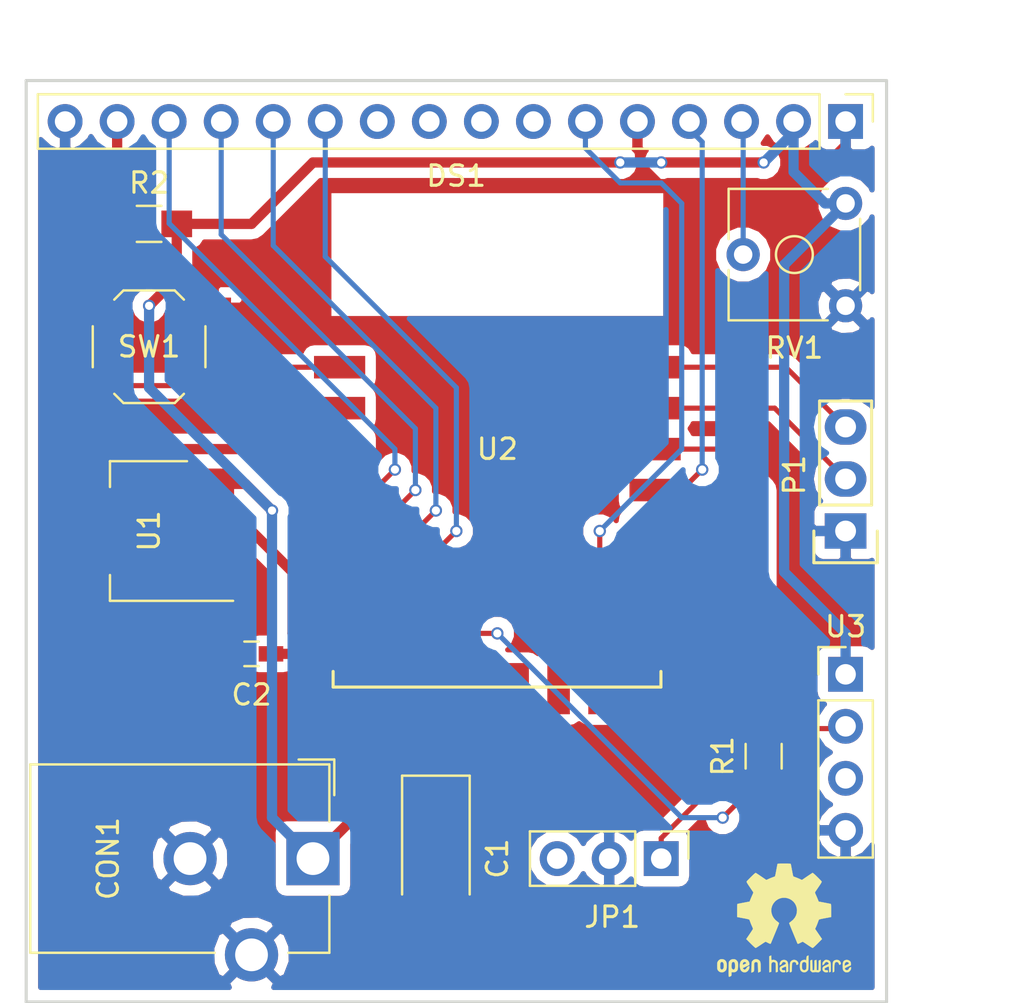
<source format=kicad_pcb>
(kicad_pcb (version 4) (host pcbnew 4.0.5+dfsg1-4)

  (general
    (links 41)
    (no_connects 0)
    (area 152.924999 68.924999 195.075001 114.075001)
    (thickness 1.6)
    (drawings 4)
    (tracks 123)
    (zones 0)
    (modules 14)
    (nets 28)
  )

  (page A4)
  (layers
    (0 F.Cu signal)
    (31 B.Cu signal)
    (32 B.Adhes user)
    (33 F.Adhes user)
    (34 B.Paste user)
    (35 F.Paste user)
    (36 B.SilkS user)
    (37 F.SilkS user)
    (38 B.Mask user)
    (39 F.Mask user)
    (40 Dwgs.User user)
    (41 Cmts.User user)
    (42 Eco1.User user)
    (43 Eco2.User user)
    (44 Edge.Cuts user)
    (45 Margin user)
    (46 B.CrtYd user)
    (47 F.CrtYd user)
    (48 B.Fab user)
    (49 F.Fab user)
  )

  (setup
    (last_trace_width 0.25)
    (user_trace_width 0.5)
    (user_trace_width 0.75)
    (user_trace_width 1)
    (trace_clearance 0.2)
    (zone_clearance 0.508)
    (zone_45_only yes)
    (trace_min 0.2)
    (segment_width 0.2)
    (edge_width 0.15)
    (via_size 0.6)
    (via_drill 0.4)
    (via_min_size 0.6)
    (via_min_drill 0.4)
    (uvia_size 0.3)
    (uvia_drill 0.1)
    (uvias_allowed no)
    (uvia_min_size 0.3)
    (uvia_min_drill 0.1)
    (pcb_text_width 0.3)
    (pcb_text_size 1.5 1.5)
    (mod_edge_width 0.15)
    (mod_text_size 1 1)
    (mod_text_width 0.15)
    (pad_size 1.524 1.524)
    (pad_drill 0.762)
    (pad_to_mask_clearance 0.2)
    (aux_axis_origin 0 0)
    (visible_elements FFFFFF7F)
    (pcbplotparams
      (layerselection 0x010f0_80000001)
      (usegerberextensions true)
      (excludeedgelayer true)
      (linewidth 0.100000)
      (plotframeref false)
      (viasonmask false)
      (mode 1)
      (useauxorigin false)
      (hpglpennumber 1)
      (hpglpenspeed 20)
      (hpglpendiameter 15)
      (hpglpenoverlay 2)
      (psnegative false)
      (psa4output false)
      (plotreference true)
      (plotvalue false)
      (plotinvisibletext false)
      (padsonsilk false)
      (subtractmaskfromsilk true)
      (outputformat 1)
      (mirror false)
      (drillshape 0)
      (scaleselection 1)
      (outputdirectory /home/manolis/kicad/temp_hum_monitor/gerbers/))
  )

  (net 0 "")
  (net 1 GND)
  (net 2 +5V)
  (net 3 "Net-(DS1-Pad3)")
  (net 4 /LCD_RS)
  (net 5 /LCD_E)
  (net 6 "Net-(DS1-Pad7)")
  (net 7 "Net-(DS1-Pad8)")
  (net 8 "Net-(DS1-Pad9)")
  (net 9 "Net-(DS1-Pad10)")
  (net 10 /LCD_D4)
  (net 11 /LCD_D5)
  (net 12 /LCD_D6)
  (net 13 /LCD_D7)
  (net 14 "Net-(DS1-Pad15)")
  (net 15 +3V3)
  (net 16 "Net-(JP1-Pad1)")
  (net 17 /ESP_RX)
  (net 18 /ESP_TX)
  (net 19 "Net-(R1-Pad2)")
  (net 20 "Net-(U2-Pad2)")
  (net 21 "Net-(U2-Pad17)")
  (net 22 "Net-(U2-Pad18)")
  (net 23 "Net-(U2-Pad19)")
  (net 24 "Net-(U2-Pad20)")
  (net 25 "Net-(U2-Pad21)")
  (net 26 "Net-(U2-Pad22)")
  (net 27 "Net-(SW1-Pad1)")

  (net_class Default "This is the default net class."
    (clearance 0.2)
    (trace_width 0.25)
    (via_dia 0.6)
    (via_drill 0.4)
    (uvia_dia 0.3)
    (uvia_drill 0.1)
    (add_net +3V3)
    (add_net +5V)
    (add_net /ESP_RX)
    (add_net /ESP_TX)
    (add_net /LCD_D4)
    (add_net /LCD_D5)
    (add_net /LCD_D6)
    (add_net /LCD_D7)
    (add_net /LCD_E)
    (add_net /LCD_RS)
    (add_net GND)
    (add_net "Net-(DS1-Pad10)")
    (add_net "Net-(DS1-Pad15)")
    (add_net "Net-(DS1-Pad3)")
    (add_net "Net-(DS1-Pad7)")
    (add_net "Net-(DS1-Pad8)")
    (add_net "Net-(DS1-Pad9)")
    (add_net "Net-(JP1-Pad1)")
    (add_net "Net-(R1-Pad2)")
    (add_net "Net-(SW1-Pad1)")
    (add_net "Net-(U2-Pad17)")
    (add_net "Net-(U2-Pad18)")
    (add_net "Net-(U2-Pad19)")
    (add_net "Net-(U2-Pad2)")
    (add_net "Net-(U2-Pad20)")
    (add_net "Net-(U2-Pad21)")
    (add_net "Net-(U2-Pad22)")
  )

  (module ESP8266:ESP-12E_SMD (layer F.Cu) (tedit 5A33730F) (tstamp 5A333896)
    (at 169 83)
    (descr "Module, ESP-8266, ESP-12, 16 pad, SMD")
    (tags "Module ESP-8266 ESP8266")
    (path /5A333232)
    (fp_text reference U2 (at 7 4) (layer F.SilkS)
      (effects (font (size 1 1) (thickness 0.15)))
    )
    (fp_text value ESP-12E (at 5.08 6.35 90) (layer F.Fab) hide
      (effects (font (size 1 1) (thickness 0.15)))
    )
    (fp_line (start -2.25 -0.5) (end -2.25 -8.75) (layer F.CrtYd) (width 0.05))
    (fp_line (start -2.25 -8.75) (end 15.25 -8.75) (layer F.CrtYd) (width 0.05))
    (fp_line (start 15.25 -8.75) (end 16.25 -8.75) (layer F.CrtYd) (width 0.05))
    (fp_line (start 16.25 -8.75) (end 16.25 16) (layer F.CrtYd) (width 0.05))
    (fp_line (start 16.25 16) (end -2.25 16) (layer F.CrtYd) (width 0.05))
    (fp_line (start -2.25 16) (end -2.25 -0.5) (layer F.CrtYd) (width 0.05))
    (fp_line (start -1.016 -8.382) (end 14.986 -8.382) (layer F.CrtYd) (width 0.1524))
    (fp_line (start 14.986 -8.382) (end 14.986 -0.889) (layer F.CrtYd) (width 0.1524))
    (fp_line (start -1.016 -8.382) (end -1.016 -1.016) (layer F.CrtYd) (width 0.1524))
    (fp_line (start -1.016 14.859) (end -1.016 15.621) (layer F.SilkS) (width 0.1524))
    (fp_line (start -1.016 15.621) (end 14.986 15.621) (layer F.SilkS) (width 0.1524))
    (fp_line (start 14.986 15.621) (end 14.986 14.859) (layer F.SilkS) (width 0.1524))
    (fp_line (start 14.992 -8.4) (end -1.008 -2.6) (layer F.CrtYd) (width 0.1524))
    (fp_line (start -1.008 -8.4) (end 14.992 -2.6) (layer F.CrtYd) (width 0.1524))
    (fp_text user "No Copper" (at 6.892 -5.4) (layer F.CrtYd)
      (effects (font (size 1 1) (thickness 0.15)))
    )
    (fp_line (start -1.008 -2.6) (end 14.992 -2.6) (layer F.CrtYd) (width 0.1524))
    (fp_line (start 15 -8.4) (end 15 15.6) (layer F.Fab) (width 0.05))
    (fp_line (start 14.992 15.6) (end -1.008 15.6) (layer F.Fab) (width 0.05))
    (fp_line (start -1.008 15.6) (end -1.008 -8.4) (layer F.Fab) (width 0.05))
    (fp_line (start -1.008 -8.4) (end 14.992 -8.4) (layer F.Fab) (width 0.05))
    (pad 1 smd rect (at 0 0) (size 2.5 1.1) (drill (offset -0.7 0)) (layers F.Cu F.Paste F.Mask)
      (net 27 "Net-(SW1-Pad1)"))
    (pad 2 smd rect (at 0 2) (size 2.5 1.1) (drill (offset -0.7 0)) (layers F.Cu F.Paste F.Mask)
      (net 20 "Net-(U2-Pad2)"))
    (pad 3 smd rect (at 0 4) (size 2.5 1.1) (drill (offset -0.7 0)) (layers F.Cu F.Paste F.Mask)
      (net 15 +3V3))
    (pad 4 smd rect (at 0 6) (size 2.5 1.1) (drill (offset -0.7 0)) (layers F.Cu F.Paste F.Mask)
      (net 13 /LCD_D7))
    (pad 5 smd rect (at 0 8) (size 2.5 1.1) (drill (offset -0.7 0)) (layers F.Cu F.Paste F.Mask)
      (net 12 /LCD_D6))
    (pad 6 smd rect (at 0 10) (size 2.5 1.1) (drill (offset -0.7 0)) (layers F.Cu F.Paste F.Mask)
      (net 11 /LCD_D5))
    (pad 7 smd rect (at 0 12) (size 2.5 1.1) (drill (offset -0.7 0)) (layers F.Cu F.Paste F.Mask)
      (net 10 /LCD_D4))
    (pad 8 smd rect (at 0 14) (size 2.5 1.1) (drill (offset -0.7 0)) (layers F.Cu F.Paste F.Mask)
      (net 15 +3V3))
    (pad 9 smd rect (at 14 14) (size 2.5 1.1) (drill (offset 0.7 0)) (layers F.Cu F.Paste F.Mask)
      (net 1 GND))
    (pad 10 smd rect (at 14 12) (size 2.5 1.1) (drill (offset 0.7 0)) (layers F.Cu F.Paste F.Mask)
      (net 1 GND))
    (pad 11 smd rect (at 14 10) (size 2.5 1.1) (drill (offset 0.7 0)) (layers F.Cu F.Paste F.Mask)
      (net 5 /LCD_E))
    (pad 12 smd rect (at 14 8) (size 2.5 1.1) (drill (offset 0.7 0)) (layers F.Cu F.Paste F.Mask)
      (net 16 "Net-(JP1-Pad1)"))
    (pad 13 smd rect (at 14 6) (size 2.5 1.1) (drill (offset 0.7 0)) (layers F.Cu F.Paste F.Mask)
      (net 4 /LCD_RS))
    (pad 14 smd rect (at 14 4) (size 2.5 1.1) (drill (offset 0.7 0)) (layers F.Cu F.Paste F.Mask)
      (net 19 "Net-(R1-Pad2)"))
    (pad 15 smd rect (at 14 2) (size 2.5 1.1) (drill (offset 0.7 0)) (layers F.Cu F.Paste F.Mask)
      (net 17 /ESP_RX))
    (pad 16 smd rect (at 14 0) (size 2.5 1.1) (drill (offset 0.7 0)) (layers F.Cu F.Paste F.Mask)
      (net 18 /ESP_TX))
    (pad 17 smd rect (at 1.99 15 90) (size 2.5 1.1) (drill (offset -0.7 0)) (layers F.Cu F.Paste F.Mask)
      (net 21 "Net-(U2-Pad17)"))
    (pad 18 smd rect (at 3.99 15 90) (size 2.5 1.1) (drill (offset -0.7 0)) (layers F.Cu F.Paste F.Mask)
      (net 22 "Net-(U2-Pad18)"))
    (pad 19 smd rect (at 5.99 15 90) (size 2.5 1.1) (drill (offset -0.7 0)) (layers F.Cu F.Paste F.Mask)
      (net 23 "Net-(U2-Pad19)"))
    (pad 20 smd rect (at 7.99 15 90) (size 2.5 1.1) (drill (offset -0.7 0)) (layers F.Cu F.Paste F.Mask)
      (net 24 "Net-(U2-Pad20)"))
    (pad 21 smd rect (at 9.99 15 90) (size 2.5 1.1) (drill (offset -0.7 0)) (layers F.Cu F.Paste F.Mask)
      (net 25 "Net-(U2-Pad21)"))
    (pad 22 smd rect (at 11.99 15 90) (size 2.5 1.1) (drill (offset -0.7 0)) (layers F.Cu F.Paste F.Mask)
      (net 26 "Net-(U2-Pad22)"))
    (model ${ESPLIB}/ESP8266.3dshapes/ESP-12.wrl
      (at (xyz 0 0 0))
      (scale (xyz 0.3937 0.3937 0.3937))
      (rotate (xyz 0 0 0))
    )
  )

  (module Capacitors_Tantalum_SMD:CP_Tantalum_Case-B_EIA-3528-21_Hand (layer F.Cu) (tedit 5A3372DF) (tstamp 5A33382B)
    (at 173 107 270)
    (descr "Tantalum capacitor, Case B, EIA 3528-21, 3.5x2.8x1.9mm, Hand soldering footprint")
    (tags "capacitor tantalum smd")
    (path /5A3056D2)
    (attr smd)
    (fp_text reference C1 (at 0 -3 270) (layer F.SilkS)
      (effects (font (size 1 1) (thickness 0.15)))
    )
    (fp_text value 10uF (at 0 2.54 270) (layer F.Fab)
      (effects (font (size 1 1) (thickness 0.15)))
    )
    (fp_text user %R (at 0 0 270) (layer F.Fab)
      (effects (font (size 0.8 0.8) (thickness 0.12)))
    )
    (fp_line (start -4.15 -1.75) (end -4.15 1.75) (layer F.CrtYd) (width 0.05))
    (fp_line (start -4.15 1.75) (end 4.15 1.75) (layer F.CrtYd) (width 0.05))
    (fp_line (start 4.15 1.75) (end 4.15 -1.75) (layer F.CrtYd) (width 0.05))
    (fp_line (start 4.15 -1.75) (end -4.15 -1.75) (layer F.CrtYd) (width 0.05))
    (fp_line (start -1.75 -1.4) (end -1.75 1.4) (layer F.Fab) (width 0.1))
    (fp_line (start -1.75 1.4) (end 1.75 1.4) (layer F.Fab) (width 0.1))
    (fp_line (start 1.75 1.4) (end 1.75 -1.4) (layer F.Fab) (width 0.1))
    (fp_line (start 1.75 -1.4) (end -1.75 -1.4) (layer F.Fab) (width 0.1))
    (fp_line (start -1.4 -1.4) (end -1.4 1.4) (layer F.Fab) (width 0.1))
    (fp_line (start -1.225 -1.4) (end -1.225 1.4) (layer F.Fab) (width 0.1))
    (fp_line (start -4.05 -1.65) (end 1.75 -1.65) (layer F.SilkS) (width 0.12))
    (fp_line (start -4.05 1.65) (end 1.75 1.65) (layer F.SilkS) (width 0.12))
    (fp_line (start -4.05 -1.65) (end -4.05 1.65) (layer F.SilkS) (width 0.12))
    (pad 1 smd rect (at -2.15 0 270) (size 3.2 2.5) (layers F.Cu F.Paste F.Mask)
      (net 2 +5V))
    (pad 2 smd rect (at 2.15 0 270) (size 3.2 2.5) (layers F.Cu F.Paste F.Mask)
      (net 1 GND))
    (model Capacitors_Tantalum_SMD.3dshapes/CP_Tantalum_Case-B_EIA-3528-21.wrl
      (at (xyz 0 0 0))
      (scale (xyz 1 1 1))
      (rotate (xyz 0 0 0))
    )
  )

  (module Capacitors_SMD:C_0603_HandSoldering (layer F.Cu) (tedit 5A3372F0) (tstamp 5A333831)
    (at 164 97 180)
    (descr "Capacitor SMD 0603, hand soldering")
    (tags "capacitor 0603")
    (path /5A30563F)
    (attr smd)
    (fp_text reference C2 (at 0 -2 180) (layer F.SilkS)
      (effects (font (size 1 1) (thickness 0.15)))
    )
    (fp_text value 100nF (at 0 1.5 180) (layer F.Fab)
      (effects (font (size 1 1) (thickness 0.15)))
    )
    (fp_text user %R (at 0 -1.25 180) (layer F.Fab)
      (effects (font (size 1 1) (thickness 0.15)))
    )
    (fp_line (start -0.8 0.4) (end -0.8 -0.4) (layer F.Fab) (width 0.1))
    (fp_line (start 0.8 0.4) (end -0.8 0.4) (layer F.Fab) (width 0.1))
    (fp_line (start 0.8 -0.4) (end 0.8 0.4) (layer F.Fab) (width 0.1))
    (fp_line (start -0.8 -0.4) (end 0.8 -0.4) (layer F.Fab) (width 0.1))
    (fp_line (start -0.35 -0.6) (end 0.35 -0.6) (layer F.SilkS) (width 0.12))
    (fp_line (start 0.35 0.6) (end -0.35 0.6) (layer F.SilkS) (width 0.12))
    (fp_line (start -1.8 -0.65) (end 1.8 -0.65) (layer F.CrtYd) (width 0.05))
    (fp_line (start -1.8 -0.65) (end -1.8 0.65) (layer F.CrtYd) (width 0.05))
    (fp_line (start 1.8 0.65) (end 1.8 -0.65) (layer F.CrtYd) (width 0.05))
    (fp_line (start 1.8 0.65) (end -1.8 0.65) (layer F.CrtYd) (width 0.05))
    (pad 1 smd rect (at -0.95 0 180) (size 1.2 0.75) (layers F.Cu F.Paste F.Mask)
      (net 15 +3V3))
    (pad 2 smd rect (at 0.95 0 180) (size 1.2 0.75) (layers F.Cu F.Paste F.Mask)
      (net 1 GND))
    (model Capacitors_SMD.3dshapes/C_0603.wrl
      (at (xyz 0 0 0))
      (scale (xyz 1 1 1))
      (rotate (xyz 0 0 0))
    )
  )

  (module Connectors:Barrel_Jack_CUI_PJ-102AH (layer F.Cu) (tedit 5A337347) (tstamp 5A333838)
    (at 167 107 270)
    (descr "Thin-pin DC Barrel Jack, https://cdn-shop.adafruit.com/datasheets/21mmdcjackDatasheet.pdf")
    (tags "Power Jack")
    (path /5A316CD7)
    (fp_text reference CON1 (at 0 10 450) (layer F.SilkS)
      (effects (font (size 1 1) (thickness 0.15)))
    )
    (fp_text value POWER_IN (at -5.5 6.2 360) (layer F.Fab)
      (effects (font (size 1 1) (thickness 0.15)))
    )
    (fp_line (start 1.8 -1.8) (end 1.8 -1.2) (layer F.CrtYd) (width 0.05))
    (fp_line (start 1.8 -1.2) (end 5 -1.2) (layer F.CrtYd) (width 0.05))
    (fp_line (start 5 -1.2) (end 5 1.2) (layer F.CrtYd) (width 0.05))
    (fp_line (start 5 1.2) (end 6.5 1.2) (layer F.CrtYd) (width 0.05))
    (fp_line (start 6.5 1.2) (end 6.5 4.8) (layer F.CrtYd) (width 0.05))
    (fp_line (start 6.5 4.8) (end 5 4.8) (layer F.CrtYd) (width 0.05))
    (fp_line (start 5 4.8) (end 5 14.2) (layer F.CrtYd) (width 0.05))
    (fp_line (start 5 14.2) (end -5 14.2) (layer F.CrtYd) (width 0.05))
    (fp_line (start -5 14.2) (end -5 -1.2) (layer F.CrtYd) (width 0.05))
    (fp_line (start -5 -1.2) (end -1.8 -1.2) (layer F.CrtYd) (width 0.05))
    (fp_line (start -1.8 -1.2) (end -1.8 -1.8) (layer F.CrtYd) (width 0.05))
    (fp_line (start -1.8 -1.8) (end 1.8 -1.8) (layer F.CrtYd) (width 0.05))
    (fp_line (start 4.6 4.8) (end 4.6 13.8) (layer F.SilkS) (width 0.12))
    (fp_line (start 4.6 13.8) (end -4.6 13.8) (layer F.SilkS) (width 0.12))
    (fp_line (start -4.6 13.8) (end -4.6 -0.8) (layer F.SilkS) (width 0.12))
    (fp_line (start -4.6 -0.8) (end -1.8 -0.8) (layer F.SilkS) (width 0.12))
    (fp_line (start 1.8 -0.8) (end 4.6 -0.8) (layer F.SilkS) (width 0.12))
    (fp_line (start 4.6 -0.8) (end 4.6 1.2) (layer F.SilkS) (width 0.12))
    (fp_line (start -4.84 0.7) (end -4.84 -1.04) (layer F.SilkS) (width 0.12))
    (fp_line (start -4.84 -1.04) (end -3.1 -1.04) (layer F.SilkS) (width 0.12))
    (fp_line (start 4.5 -0.7) (end 4.5 13.7) (layer F.Fab) (width 0.1))
    (fp_line (start 4.5 13.7) (end -4.5 13.7) (layer F.Fab) (width 0.1))
    (fp_line (start -4.5 13.7) (end -4.5 0.3) (layer F.Fab) (width 0.1))
    (fp_line (start -4.5 0.3) (end -3.5 -0.7) (layer F.Fab) (width 0.1))
    (fp_line (start -3.5 -0.7) (end 4.5 -0.7) (layer F.Fab) (width 0.1))
    (fp_line (start -4.5 10.2) (end 4.5 10.2) (layer F.Fab) (width 0.1))
    (fp_text user %R (at 0 6.5 270) (layer F.Fab)
      (effects (font (size 1 1) (thickness 0.15)))
    )
    (pad 1 thru_hole rect (at 0 0 270) (size 2.6 2.6) (drill 1.6) (layers *.Cu *.Mask)
      (net 2 +5V))
    (pad 2 thru_hole circle (at 0 6 270) (size 2.6 2.6) (drill 1.6) (layers *.Cu *.Mask)
      (net 1 GND))
    (pad 3 thru_hole circle (at 4.7 3 270) (size 2.6 2.6) (drill 1.6) (layers *.Cu *.Mask)
      (net 1 GND))
    (model ${KISYS3DMOD}/Connectors.3dshapes/Barrel_Jack_CUI_PJ-102AH.wrl
      (at (xyz 0 0 0))
      (scale (xyz 1 1 1))
      (rotate (xyz 0 0 0))
    )
  )

  (module Pin_Headers:Pin_Header_Straight_1x16_Pitch2.54mm (layer F.Cu) (tedit 5A33729B) (tstamp 5A33384C)
    (at 193 71 270)
    (descr "Through hole straight pin header, 1x16, 2.54mm pitch, single row")
    (tags "Through hole pin header THT 1x16 2.54mm single row")
    (path /5A306623)
    (fp_text reference DS1 (at 2.66 19.01 360) (layer F.SilkS)
      (effects (font (size 1 1) (thickness 0.15)))
    )
    (fp_text value LCD-016N002L (at 0 40.43 270) (layer F.Fab)
      (effects (font (size 1 1) (thickness 0.15)))
    )
    (fp_line (start -0.635 -1.27) (end 1.27 -1.27) (layer F.Fab) (width 0.1))
    (fp_line (start 1.27 -1.27) (end 1.27 39.37) (layer F.Fab) (width 0.1))
    (fp_line (start 1.27 39.37) (end -1.27 39.37) (layer F.Fab) (width 0.1))
    (fp_line (start -1.27 39.37) (end -1.27 -0.635) (layer F.Fab) (width 0.1))
    (fp_line (start -1.27 -0.635) (end -0.635 -1.27) (layer F.Fab) (width 0.1))
    (fp_line (start -1.33 39.43) (end 1.33 39.43) (layer F.SilkS) (width 0.12))
    (fp_line (start -1.33 1.27) (end -1.33 39.43) (layer F.SilkS) (width 0.12))
    (fp_line (start 1.33 1.27) (end 1.33 39.43) (layer F.SilkS) (width 0.12))
    (fp_line (start -1.33 1.27) (end 1.33 1.27) (layer F.SilkS) (width 0.12))
    (fp_line (start -1.33 0) (end -1.33 -1.33) (layer F.SilkS) (width 0.12))
    (fp_line (start -1.33 -1.33) (end 0 -1.33) (layer F.SilkS) (width 0.12))
    (fp_line (start -1.8 -1.8) (end -1.8 39.9) (layer F.CrtYd) (width 0.05))
    (fp_line (start -1.8 39.9) (end 1.8 39.9) (layer F.CrtYd) (width 0.05))
    (fp_line (start 1.8 39.9) (end 1.8 -1.8) (layer F.CrtYd) (width 0.05))
    (fp_line (start 1.8 -1.8) (end -1.8 -1.8) (layer F.CrtYd) (width 0.05))
    (fp_text user %R (at 0 19.05 360) (layer F.Fab)
      (effects (font (size 1 1) (thickness 0.15)))
    )
    (pad 1 thru_hole rect (at 0 0 270) (size 1.7 1.7) (drill 1) (layers *.Cu *.Mask)
      (net 1 GND))
    (pad 2 thru_hole oval (at 0 2.54 270) (size 1.7 1.7) (drill 1) (layers *.Cu *.Mask)
      (net 2 +5V))
    (pad 3 thru_hole oval (at 0 5.08 270) (size 1.7 1.7) (drill 1) (layers *.Cu *.Mask)
      (net 3 "Net-(DS1-Pad3)"))
    (pad 4 thru_hole oval (at 0 7.62 270) (size 1.7 1.7) (drill 1) (layers *.Cu *.Mask)
      (net 4 /LCD_RS))
    (pad 5 thru_hole oval (at 0 10.16 270) (size 1.7 1.7) (drill 1) (layers *.Cu *.Mask)
      (net 1 GND))
    (pad 6 thru_hole oval (at 0 12.7 270) (size 1.7 1.7) (drill 1) (layers *.Cu *.Mask)
      (net 5 /LCD_E))
    (pad 7 thru_hole oval (at 0 15.24 270) (size 1.7 1.7) (drill 1) (layers *.Cu *.Mask)
      (net 6 "Net-(DS1-Pad7)"))
    (pad 8 thru_hole oval (at 0 17.78 270) (size 1.7 1.7) (drill 1) (layers *.Cu *.Mask)
      (net 7 "Net-(DS1-Pad8)"))
    (pad 9 thru_hole oval (at 0 20.32 270) (size 1.7 1.7) (drill 1) (layers *.Cu *.Mask)
      (net 8 "Net-(DS1-Pad9)"))
    (pad 10 thru_hole oval (at 0 22.86 270) (size 1.7 1.7) (drill 1) (layers *.Cu *.Mask)
      (net 9 "Net-(DS1-Pad10)"))
    (pad 11 thru_hole oval (at 0 25.4 270) (size 1.7 1.7) (drill 1) (layers *.Cu *.Mask)
      (net 10 /LCD_D4))
    (pad 12 thru_hole oval (at 0 27.94 270) (size 1.7 1.7) (drill 1) (layers *.Cu *.Mask)
      (net 11 /LCD_D5))
    (pad 13 thru_hole oval (at 0 30.48 270) (size 1.7 1.7) (drill 1) (layers *.Cu *.Mask)
      (net 12 /LCD_D6))
    (pad 14 thru_hole oval (at 0 33.02 270) (size 1.7 1.7) (drill 1) (layers *.Cu *.Mask)
      (net 13 /LCD_D7))
    (pad 15 thru_hole oval (at 0 35.56 270) (size 1.7 1.7) (drill 1) (layers *.Cu *.Mask)
      (net 14 "Net-(DS1-Pad15)"))
    (pad 16 thru_hole oval (at 0 38.1 270) (size 1.7 1.7) (drill 1) (layers *.Cu *.Mask)
      (net 1 GND))
    (model ${KISYS3DMOD}/Pin_Headers.3dshapes/Pin_Header_Straight_1x16_Pitch2.54mm.wrl
      (at (xyz 0 0 0))
      (scale (xyz 1 1 1))
      (rotate (xyz 0 0 0))
    )
  )

  (module Pin_Headers:Pin_Header_Straight_1x03 (layer F.Cu) (tedit 5A33728B) (tstamp 5A333861)
    (at 193 91 180)
    (descr "Through hole pin header")
    (tags "pin header")
    (path /5A318FA5)
    (fp_text reference P1 (at 2.5 2.735 270) (layer F.SilkS)
      (effects (font (size 1 1) (thickness 0.15)))
    )
    (fp_text value PROGRAMMING_HEADER (at 0 -3.1 180) (layer F.Fab)
      (effects (font (size 1 1) (thickness 0.15)))
    )
    (fp_line (start -1.75 -1.75) (end -1.75 6.85) (layer F.CrtYd) (width 0.05))
    (fp_line (start 1.75 -1.75) (end 1.75 6.85) (layer F.CrtYd) (width 0.05))
    (fp_line (start -1.75 -1.75) (end 1.75 -1.75) (layer F.CrtYd) (width 0.05))
    (fp_line (start -1.75 6.85) (end 1.75 6.85) (layer F.CrtYd) (width 0.05))
    (fp_line (start -1.27 1.27) (end -1.27 6.35) (layer F.SilkS) (width 0.15))
    (fp_line (start -1.27 6.35) (end 1.27 6.35) (layer F.SilkS) (width 0.15))
    (fp_line (start 1.27 6.35) (end 1.27 1.27) (layer F.SilkS) (width 0.15))
    (fp_line (start 1.55 -1.55) (end 1.55 0) (layer F.SilkS) (width 0.15))
    (fp_line (start 1.27 1.27) (end -1.27 1.27) (layer F.SilkS) (width 0.15))
    (fp_line (start -1.55 0) (end -1.55 -1.55) (layer F.SilkS) (width 0.15))
    (fp_line (start -1.55 -1.55) (end 1.55 -1.55) (layer F.SilkS) (width 0.15))
    (pad 1 thru_hole rect (at 0 0 180) (size 2.032 1.7272) (drill 1.016) (layers *.Cu *.Mask)
      (net 1 GND))
    (pad 2 thru_hole oval (at 0 2.54 180) (size 2.032 1.7272) (drill 1.016) (layers *.Cu *.Mask)
      (net 17 /ESP_RX))
    (pad 3 thru_hole oval (at 0 5.08 180) (size 2.032 1.7272) (drill 1.016) (layers *.Cu *.Mask)
      (net 18 /ESP_TX))
    (model Pin_Headers.3dshapes/Pin_Header_Straight_1x03.wrl
      (at (xyz 0 -0.1 0))
      (scale (xyz 1 1 1))
      (rotate (xyz 0 0 90))
    )
  )

  (module Resistors_SMD:R_0805_HandSoldering (layer F.Cu) (tedit 5A3372D4) (tstamp 5A333867)
    (at 189 102 90)
    (descr "Resistor SMD 0805, hand soldering")
    (tags "resistor 0805")
    (path /5A3060E6)
    (attr smd)
    (fp_text reference R1 (at 0 -2 90) (layer F.SilkS)
      (effects (font (size 1 1) (thickness 0.15)))
    )
    (fp_text value 10K (at 0 1.75 90) (layer F.Fab)
      (effects (font (size 1 1) (thickness 0.15)))
    )
    (fp_text user %R (at 0 0 90) (layer F.Fab)
      (effects (font (size 0.5 0.5) (thickness 0.075)))
    )
    (fp_line (start -1 0.62) (end -1 -0.62) (layer F.Fab) (width 0.1))
    (fp_line (start 1 0.62) (end -1 0.62) (layer F.Fab) (width 0.1))
    (fp_line (start 1 -0.62) (end 1 0.62) (layer F.Fab) (width 0.1))
    (fp_line (start -1 -0.62) (end 1 -0.62) (layer F.Fab) (width 0.1))
    (fp_line (start 0.6 0.88) (end -0.6 0.88) (layer F.SilkS) (width 0.12))
    (fp_line (start -0.6 -0.88) (end 0.6 -0.88) (layer F.SilkS) (width 0.12))
    (fp_line (start -2.35 -0.9) (end 2.35 -0.9) (layer F.CrtYd) (width 0.05))
    (fp_line (start -2.35 -0.9) (end -2.35 0.9) (layer F.CrtYd) (width 0.05))
    (fp_line (start 2.35 0.9) (end 2.35 -0.9) (layer F.CrtYd) (width 0.05))
    (fp_line (start 2.35 0.9) (end -2.35 0.9) (layer F.CrtYd) (width 0.05))
    (pad 1 smd rect (at -1.35 0 90) (size 1.5 1.3) (layers F.Cu F.Paste F.Mask)
      (net 15 +3V3))
    (pad 2 smd rect (at 1.35 0 90) (size 1.5 1.3) (layers F.Cu F.Paste F.Mask)
      (net 19 "Net-(R1-Pad2)"))
    (model ${KISYS3DMOD}/Resistors_SMD.3dshapes/R_0805.wrl
      (at (xyz 0 0 0))
      (scale (xyz 1 1 1))
      (rotate (xyz 0 0 0))
    )
  )

  (module Resistors_SMD:R_0805_HandSoldering (layer F.Cu) (tedit 5A3372BF) (tstamp 5A33386D)
    (at 159 76)
    (descr "Resistor SMD 0805, hand soldering")
    (tags "resistor 0805")
    (path /5A30746E)
    (attr smd)
    (fp_text reference R2 (at 0 -2) (layer F.SilkS)
      (effects (font (size 1 1) (thickness 0.15)))
    )
    (fp_text value 47R (at 0 2) (layer F.Fab)
      (effects (font (size 1 1) (thickness 0.15)))
    )
    (fp_text user %R (at 0 0) (layer F.Fab)
      (effects (font (size 0.5 0.5) (thickness 0.075)))
    )
    (fp_line (start -1 0.62) (end -1 -0.62) (layer F.Fab) (width 0.1))
    (fp_line (start 1 0.62) (end -1 0.62) (layer F.Fab) (width 0.1))
    (fp_line (start 1 -0.62) (end 1 0.62) (layer F.Fab) (width 0.1))
    (fp_line (start -1 -0.62) (end 1 -0.62) (layer F.Fab) (width 0.1))
    (fp_line (start 0.6 0.88) (end -0.6 0.88) (layer F.SilkS) (width 0.12))
    (fp_line (start -0.6 -0.88) (end 0.6 -0.88) (layer F.SilkS) (width 0.12))
    (fp_line (start -2.35 -0.9) (end 2.35 -0.9) (layer F.CrtYd) (width 0.05))
    (fp_line (start -2.35 -0.9) (end -2.35 0.9) (layer F.CrtYd) (width 0.05))
    (fp_line (start 2.35 0.9) (end 2.35 -0.9) (layer F.CrtYd) (width 0.05))
    (fp_line (start 2.35 0.9) (end -2.35 0.9) (layer F.CrtYd) (width 0.05))
    (pad 1 smd rect (at -1.35 0) (size 1.5 1.3) (layers F.Cu F.Paste F.Mask)
      (net 14 "Net-(DS1-Pad15)"))
    (pad 2 smd rect (at 1.35 0) (size 1.5 1.3) (layers F.Cu F.Paste F.Mask)
      (net 2 +5V))
    (model ${KISYS3DMOD}/Resistors_SMD.3dshapes/R_0805.wrl
      (at (xyz 0 0 0))
      (scale (xyz 1 1 1))
      (rotate (xyz 0 0 0))
    )
  )

  (module Potentiometers:Potentiometer_Trimmer_ACP_CA6v_Horizontal (layer F.Cu) (tedit 58826B0A) (tstamp 5A333874)
    (at 193 75 180)
    (descr "Potentiometer, horizontally mounted, Omeg PC16PU, Omeg PC16PU, Omeg PC16PU, Vishay/Spectrol 248GJ/249GJ Single, Vishay/Spectrol 248GJ/249GJ Single, Vishay/Spectrol 248GJ/249GJ Single, Vishay/Spectrol 248GH/249GH Single, Vishay/Spectrol 148/149 Single, Vishay/Spectrol 148/149 Single, Vishay/Spectrol 148/149 Single, Vishay/Spectrol 148A/149A Single with mounting plates, Vishay/Spectrol 148/149 Double, Vishay/Spectrol 148A/149A Double with mounting plates, Piher PC-16 Single, Piher PC-16 Single, Piher PC-16 Single, Piher PC-16SV Single, Piher PC-16 Double, Piher PC-16 Triple, Piher T16H Single, Piher T16L Single, Piher T16H Double, Alps RK163 Single, Alps RK163 Double, Alps RK097 Single, Alps RK097 Double, Bourns PTV09A-2 Single with mounting sleve Single, Bourns PTV09A-1 with mounting sleve Single, Bourns PRS11S Single, Alps RK09K Single with mounting sleve Single, Alps RK09K with mounting sleve Single, Alps RK09L Single, Alps RK09L Single, Alps RK09L Double, Alps RK09L Double, Alps RK09Y Single, Bourns 3339S Single, Bourns 3339S Single, Bourns 3339P Single, Bourns 3339H Single, Vishay T7YA Single, Suntan TSR-3386H Single, Suntan TSR-3386H Single, Suntan TSR-3386P Single, Vishay T73XX Single, Vishay T73XX Single, Vishay T73YP Single, Piher PT-6h Single, Piher PT-6v Single, Piher PT-6v Single, Piher PT-10h2.5 Single, Piher PT-10h5 Single, Piher PT-101h3.8 Single, Piher PT-10v10 Single, Piher PT-10v10 Single, Piher PT-10v5 Single, Piher PT-15h5 Single, Piher PT-15h2.5 Single, Piher PT-15B Single, Piher PT-15hc5 Single, Piher PT-15v12.5 Single, Piher PT-15v12.5 Single, Piher PT-15v15 Single, Piher PT-15v15 Single, ACP CA6h Single, ACP CA6v Single, http://www.acptechnologies.com/wp-content/uploads/2016/12/ACP-CAT%C3%81LOGO-ENTERO-2016.pdf")
    (tags "Potentiometer horizontal  Omeg PC16PU  Omeg PC16PU  Omeg PC16PU  Vishay/Spectrol 248GJ/249GJ Single  Vishay/Spectrol 248GJ/249GJ Single  Vishay/Spectrol 248GJ/249GJ Single  Vishay/Spectrol 248GH/249GH Single  Vishay/Spectrol 148/149 Single  Vishay/Spectrol 148/149 Single  Vishay/Spectrol 148/149 Single  Vishay/Spectrol 148A/149A Single with mounting plates  Vishay/Spectrol 148/149 Double  Vishay/Spectrol 148A/149A Double with mounting plates  Piher PC-16 Single  Piher PC-16 Single  Piher PC-16 Single  Piher PC-16SV Single  Piher PC-16 Double  Piher PC-16 Triple  Piher T16H Single  Piher T16L Single  Piher T16H Double  Alps RK163 Single  Alps RK163 Double  Alps RK097 Single  Alps RK097 Double  Bourns PTV09A-2 Single with mounting sleve Single  Bourns PTV09A-1 with mounting sleve Single  Bourns PRS11S Single  Alps RK09K Single with mounting sleve Single  Alps RK09K with mounting sleve Single  Alps RK09L Single  Alps RK09L Single  Alps RK09L Double  Alps RK09L Double  Alps RK09Y Single  Bourns 3339S Single  Bourns 3339S Single  Bourns 3339P Single  Bourns 3339H Single  Vishay T7YA Single  Suntan TSR-3386H Single  Suntan TSR-3386H Single  Suntan TSR-3386P Single  Vishay T73XX Single  Vishay T73XX Single  Vishay T73YP Single  Piher PT-6h Single  Piher PT-6v Single  Piher PT-6v Single  Piher PT-10h2.5 Single  Piher PT-10h5 Single  Piher PT-101h3.8 Single  Piher PT-10v10 Single  Piher PT-10v10 Single  Piher PT-10v5 Single  Piher PT-15h5 Single  Piher PT-15h2.5 Single  Piher PT-15B Single  Piher PT-15hc5 Single  Piher PT-15v12.5 Single  Piher PT-15v12.5 Single  Piher PT-15v15 Single  Piher PT-15v15 Single  ACP CA6h Single  ACP CA6v Single")
    (path /5A308C42)
    (fp_text reference RV1 (at 2.5 -7.06 180) (layer F.SilkS)
      (effects (font (size 1 1) (thickness 0.15)))
    )
    (fp_text value 10K (at 2.5 2.06 180) (layer F.Fab)
      (effects (font (size 1 1) (thickness 0.15)))
    )
    (fp_circle (center 2.5 -2.5) (end 3.5 -2.5) (layer F.Fab) (width 0.1))
    (fp_circle (center 2.5 -2.5) (end 3.4 -2.5) (layer F.Fab) (width 0.1))
    (fp_circle (center 2.5 -2.5) (end 3.4 -2.5) (layer F.SilkS) (width 0.12))
    (fp_line (start -0.65 -5.65) (end -0.65 0.65) (layer F.Fab) (width 0.1))
    (fp_line (start -0.65 0.65) (end 5.65 0.65) (layer F.Fab) (width 0.1))
    (fp_line (start 5.65 0.65) (end 5.65 -5.65) (layer F.Fab) (width 0.1))
    (fp_line (start 5.65 -5.65) (end -0.65 -5.65) (layer F.Fab) (width 0.1))
    (fp_line (start 0.873 -5.71) (end 5.71 -5.71) (layer F.SilkS) (width 0.12))
    (fp_line (start 0.873 0.71) (end 5.71 0.71) (layer F.SilkS) (width 0.12))
    (fp_line (start -0.71 -4.242) (end -0.71 -0.757) (layer F.SilkS) (width 0.12))
    (fp_line (start 5.71 -5.71) (end 5.71 -3.257) (layer F.SilkS) (width 0.12))
    (fp_line (start 5.71 -1.742) (end 5.71 0.71) (layer F.SilkS) (width 0.12))
    (fp_line (start -1.1 -6.1) (end -1.1 1.1) (layer F.CrtYd) (width 0.05))
    (fp_line (start -1.1 1.1) (end 6.1 1.1) (layer F.CrtYd) (width 0.05))
    (fp_line (start 6.1 1.1) (end 6.1 -6.1) (layer F.CrtYd) (width 0.05))
    (fp_line (start 6.1 -6.1) (end -1.1 -6.1) (layer F.CrtYd) (width 0.05))
    (pad 3 thru_hole circle (at 0 -5 180) (size 1.62 1.62) (drill 0.9) (layers *.Cu *.Mask)
      (net 1 GND))
    (pad 2 thru_hole circle (at 5 -2.5 180) (size 1.62 1.62) (drill 0.9) (layers *.Cu *.Mask)
      (net 3 "Net-(DS1-Pad3)"))
    (pad 1 thru_hole circle (at 0 0 180) (size 1.62 1.62) (drill 0.9) (layers *.Cu *.Mask)
      (net 2 +5V))
    (model Potentiometers.3dshapes/Potentiometer_Trimmer_ACP_CA6v_Horizontal.wrl
      (at (xyz 0 0 0))
      (scale (xyz 0.393701 0.393701 0.393701))
      (rotate (xyz 0 0 0))
    )
  )

  (module TO_SOT_Packages_SMD:SOT-223-3_TabPin2 (layer F.Cu) (tedit 5A337322) (tstamp 5A33387C)
    (at 159 91 180)
    (descr "module CMS SOT223 4 pins")
    (tags "CMS SOT")
    (path /5A3055B4)
    (attr smd)
    (fp_text reference U1 (at 0 0 270) (layer F.SilkS)
      (effects (font (size 1 1) (thickness 0.15)))
    )
    (fp_text value LD1117S33TR (at 0 4.5 180) (layer F.Fab)
      (effects (font (size 1 1) (thickness 0.15)))
    )
    (fp_text user %R (at 0 0 270) (layer F.Fab)
      (effects (font (size 0.8 0.8) (thickness 0.12)))
    )
    (fp_line (start 1.91 3.41) (end 1.91 2.15) (layer F.SilkS) (width 0.12))
    (fp_line (start 1.91 -3.41) (end 1.91 -2.15) (layer F.SilkS) (width 0.12))
    (fp_line (start 4.4 -3.6) (end -4.4 -3.6) (layer F.CrtYd) (width 0.05))
    (fp_line (start 4.4 3.6) (end 4.4 -3.6) (layer F.CrtYd) (width 0.05))
    (fp_line (start -4.4 3.6) (end 4.4 3.6) (layer F.CrtYd) (width 0.05))
    (fp_line (start -4.4 -3.6) (end -4.4 3.6) (layer F.CrtYd) (width 0.05))
    (fp_line (start -1.85 -2.35) (end -0.85 -3.35) (layer F.Fab) (width 0.1))
    (fp_line (start -1.85 -2.35) (end -1.85 3.35) (layer F.Fab) (width 0.1))
    (fp_line (start -1.85 3.41) (end 1.91 3.41) (layer F.SilkS) (width 0.12))
    (fp_line (start -0.85 -3.35) (end 1.85 -3.35) (layer F.Fab) (width 0.1))
    (fp_line (start -4.1 -3.41) (end 1.91 -3.41) (layer F.SilkS) (width 0.12))
    (fp_line (start -1.85 3.35) (end 1.85 3.35) (layer F.Fab) (width 0.1))
    (fp_line (start 1.85 -3.35) (end 1.85 3.35) (layer F.Fab) (width 0.1))
    (pad 2 smd rect (at 3.15 0 180) (size 2 3.8) (layers F.Cu F.Paste F.Mask)
      (net 15 +3V3))
    (pad 2 smd rect (at -3.15 0 180) (size 2 1.5) (layers F.Cu F.Paste F.Mask)
      (net 15 +3V3))
    (pad 3 smd rect (at -3.15 2.3 180) (size 2 1.5) (layers F.Cu F.Paste F.Mask)
      (net 2 +5V))
    (pad 1 smd rect (at -3.15 -2.3 180) (size 2 1.5) (layers F.Cu F.Paste F.Mask)
      (net 1 GND))
    (model ${KISYS3DMOD}/TO_SOT_Packages_SMD.3dshapes/SOT-223.wrl
      (at (xyz 0 0 0))
      (scale (xyz 1 1 1))
      (rotate (xyz 0 0 0))
    )
  )

  (module Buttons_Switches_SMD:SW_SPST_TL3342 (layer F.Cu) (tedit 5A33732C) (tstamp 5A334F92)
    (at 159 82 180)
    (descr "Low-profile SMD Tactile Switch, https://www.e-switch.com/system/asset/product_line/data_sheet/165/TL3342.pdf")
    (tags "SPST Tactile Switch")
    (path /5A33474C)
    (attr smd)
    (fp_text reference SW1 (at 0 0 180) (layer F.SilkS)
      (effects (font (size 1 1) (thickness 0.15)))
    )
    (fp_text value RESET (at 0 3.75 180) (layer F.Fab)
      (effects (font (size 1 1) (thickness 0.15)))
    )
    (fp_text user %R (at 0 -3.75 180) (layer F.Fab)
      (effects (font (size 1 1) (thickness 0.15)))
    )
    (fp_line (start 3.2 2.1) (end 3.2 1.6) (layer F.Fab) (width 0.1))
    (fp_line (start 3.2 -2.1) (end 3.2 -1.6) (layer F.Fab) (width 0.1))
    (fp_line (start -3.2 2.1) (end -3.2 1.6) (layer F.Fab) (width 0.1))
    (fp_line (start -3.2 -2.1) (end -3.2 -1.6) (layer F.Fab) (width 0.1))
    (fp_line (start 2.7 -2.1) (end 2.7 -1.6) (layer F.Fab) (width 0.1))
    (fp_line (start 1.7 -2.1) (end 3.2 -2.1) (layer F.Fab) (width 0.1))
    (fp_line (start 3.2 -1.6) (end 2.2 -1.6) (layer F.Fab) (width 0.1))
    (fp_line (start -2.7 -2.1) (end -2.7 -1.6) (layer F.Fab) (width 0.1))
    (fp_line (start -1.7 -2.1) (end -3.2 -2.1) (layer F.Fab) (width 0.1))
    (fp_line (start -3.2 -1.6) (end -2.2 -1.6) (layer F.Fab) (width 0.1))
    (fp_line (start -2.7 2.1) (end -2.7 1.6) (layer F.Fab) (width 0.1))
    (fp_line (start -3.2 1.6) (end -2.2 1.6) (layer F.Fab) (width 0.1))
    (fp_line (start -1.7 2.1) (end -3.2 2.1) (layer F.Fab) (width 0.1))
    (fp_line (start 1.7 2.1) (end 3.2 2.1) (layer F.Fab) (width 0.1))
    (fp_line (start 2.7 2.1) (end 2.7 1.6) (layer F.Fab) (width 0.1))
    (fp_line (start 3.2 1.6) (end 2.2 1.6) (layer F.Fab) (width 0.1))
    (fp_line (start -1.7 2.3) (end -1.25 2.75) (layer F.SilkS) (width 0.12))
    (fp_line (start 1.7 2.3) (end 1.25 2.75) (layer F.SilkS) (width 0.12))
    (fp_line (start 1.7 -2.3) (end 1.25 -2.75) (layer F.SilkS) (width 0.12))
    (fp_line (start -1.7 -2.3) (end -1.25 -2.75) (layer F.SilkS) (width 0.12))
    (fp_line (start -2 -1) (end -1 -2) (layer F.Fab) (width 0.1))
    (fp_line (start -1 -2) (end 1 -2) (layer F.Fab) (width 0.1))
    (fp_line (start 1 -2) (end 2 -1) (layer F.Fab) (width 0.1))
    (fp_line (start 2 -1) (end 2 1) (layer F.Fab) (width 0.1))
    (fp_line (start 2 1) (end 1 2) (layer F.Fab) (width 0.1))
    (fp_line (start 1 2) (end -1 2) (layer F.Fab) (width 0.1))
    (fp_line (start -1 2) (end -2 1) (layer F.Fab) (width 0.1))
    (fp_line (start -2 1) (end -2 -1) (layer F.Fab) (width 0.1))
    (fp_line (start 2.75 -1) (end 2.75 1) (layer F.SilkS) (width 0.12))
    (fp_line (start -1.25 2.75) (end 1.25 2.75) (layer F.SilkS) (width 0.12))
    (fp_line (start -2.75 -1) (end -2.75 1) (layer F.SilkS) (width 0.12))
    (fp_line (start -1.25 -2.75) (end 1.25 -2.75) (layer F.SilkS) (width 0.12))
    (fp_line (start -2.6 -1.2) (end -2.6 1.2) (layer F.Fab) (width 0.1))
    (fp_line (start -2.6 1.2) (end -1.2 2.6) (layer F.Fab) (width 0.1))
    (fp_line (start -1.2 2.6) (end 1.2 2.6) (layer F.Fab) (width 0.1))
    (fp_line (start 1.2 2.6) (end 2.6 1.2) (layer F.Fab) (width 0.1))
    (fp_line (start 2.6 1.2) (end 2.6 -1.2) (layer F.Fab) (width 0.1))
    (fp_line (start 2.6 -1.2) (end 1.2 -2.6) (layer F.Fab) (width 0.1))
    (fp_line (start 1.2 -2.6) (end -1.2 -2.6) (layer F.Fab) (width 0.1))
    (fp_line (start -1.2 -2.6) (end -2.6 -1.2) (layer F.Fab) (width 0.1))
    (fp_line (start -4.25 -3) (end 4.25 -3) (layer F.CrtYd) (width 0.05))
    (fp_line (start 4.25 -3) (end 4.25 3) (layer F.CrtYd) (width 0.05))
    (fp_line (start 4.25 3) (end -4.25 3) (layer F.CrtYd) (width 0.05))
    (fp_line (start -4.25 3) (end -4.25 -3) (layer F.CrtYd) (width 0.05))
    (fp_circle (center 0 0) (end 1 0) (layer F.Fab) (width 0.1))
    (pad 1 smd rect (at -3.15 -1.9 180) (size 1.7 1) (layers F.Cu F.Paste F.Mask)
      (net 27 "Net-(SW1-Pad1)"))
    (pad 1 smd rect (at 3.15 -1.9 180) (size 1.7 1) (layers F.Cu F.Paste F.Mask)
      (net 27 "Net-(SW1-Pad1)"))
    (pad 2 smd rect (at -3.15 1.9 180) (size 1.7 1) (layers F.Cu F.Paste F.Mask)
      (net 1 GND))
    (pad 2 smd rect (at 3.15 1.9 180) (size 1.7 1) (layers F.Cu F.Paste F.Mask)
      (net 1 GND))
    (model ${KISYS3DMOD}/Buttons_Switches_SMD.3dshapes/SW_SPST_TL3342.wrl
      (at (xyz 0 0 0))
      (scale (xyz 1 1 1))
      (rotate (xyz 0 0 0))
    )
  )

  (module Pin_Headers:Pin_Header_Straight_1x03_Pitch2.54mm (layer F.Cu) (tedit 5A33726B) (tstamp 5A335418)
    (at 184 107 270)
    (descr "Through hole straight pin header, 1x03, 2.54mm pitch, single row")
    (tags "Through hole pin header THT 1x03 2.54mm single row")
    (path /5A333CD9)
    (fp_text reference JP1 (at 2.855 2.39 360) (layer F.SilkS)
      (effects (font (size 1 1) (thickness 0.15)))
    )
    (fp_text value Jumper (at 0 7.41 270) (layer F.Fab)
      (effects (font (size 1 1) (thickness 0.15)))
    )
    (fp_line (start -0.635 -1.27) (end 1.27 -1.27) (layer F.Fab) (width 0.1))
    (fp_line (start 1.27 -1.27) (end 1.27 6.35) (layer F.Fab) (width 0.1))
    (fp_line (start 1.27 6.35) (end -1.27 6.35) (layer F.Fab) (width 0.1))
    (fp_line (start -1.27 6.35) (end -1.27 -0.635) (layer F.Fab) (width 0.1))
    (fp_line (start -1.27 -0.635) (end -0.635 -1.27) (layer F.Fab) (width 0.1))
    (fp_line (start -1.33 6.41) (end 1.33 6.41) (layer F.SilkS) (width 0.12))
    (fp_line (start -1.33 1.27) (end -1.33 6.41) (layer F.SilkS) (width 0.12))
    (fp_line (start 1.33 1.27) (end 1.33 6.41) (layer F.SilkS) (width 0.12))
    (fp_line (start -1.33 1.27) (end 1.33 1.27) (layer F.SilkS) (width 0.12))
    (fp_line (start -1.33 0) (end -1.33 -1.33) (layer F.SilkS) (width 0.12))
    (fp_line (start -1.33 -1.33) (end 0 -1.33) (layer F.SilkS) (width 0.12))
    (fp_line (start -1.8 -1.8) (end -1.8 6.85) (layer F.CrtYd) (width 0.05))
    (fp_line (start -1.8 6.85) (end 1.8 6.85) (layer F.CrtYd) (width 0.05))
    (fp_line (start 1.8 6.85) (end 1.8 -1.8) (layer F.CrtYd) (width 0.05))
    (fp_line (start 1.8 -1.8) (end -1.8 -1.8) (layer F.CrtYd) (width 0.05))
    (fp_text user %R (at 0 2.54 360) (layer F.Fab)
      (effects (font (size 1 1) (thickness 0.15)))
    )
    (pad 1 thru_hole rect (at 0 0 270) (size 1.7 1.7) (drill 1) (layers *.Cu *.Mask)
      (net 16 "Net-(JP1-Pad1)"))
    (pad 2 thru_hole oval (at 0 2.54 270) (size 1.7 1.7) (drill 1) (layers *.Cu *.Mask)
      (net 1 GND))
    (pad 3 thru_hole oval (at 0 5.08 270) (size 1.7 1.7) (drill 1) (layers *.Cu *.Mask))
    (model ${KISYS3DMOD}/Pin_Headers.3dshapes/Pin_Header_Straight_1x03_Pitch2.54mm.wrl
      (at (xyz 0 0 0))
      (scale (xyz 1 1 1))
      (rotate (xyz 0 0 0))
    )
  )

  (module Pin_Headers:Pin_Header_Straight_1x04_Pitch2.54mm (layer F.Cu) (tedit 59650532) (tstamp 5A3375A5)
    (at 193 98)
    (descr "Through hole straight pin header, 1x04, 2.54mm pitch, single row")
    (tags "Through hole pin header THT 1x04 2.54mm single row")
    (path /5A305DE0)
    (fp_text reference U3 (at 0 -2.33) (layer F.SilkS)
      (effects (font (size 1 1) (thickness 0.15)))
    )
    (fp_text value DHT11 (at 0 9.95) (layer F.Fab)
      (effects (font (size 1 1) (thickness 0.15)))
    )
    (fp_line (start -0.635 -1.27) (end 1.27 -1.27) (layer F.Fab) (width 0.1))
    (fp_line (start 1.27 -1.27) (end 1.27 8.89) (layer F.Fab) (width 0.1))
    (fp_line (start 1.27 8.89) (end -1.27 8.89) (layer F.Fab) (width 0.1))
    (fp_line (start -1.27 8.89) (end -1.27 -0.635) (layer F.Fab) (width 0.1))
    (fp_line (start -1.27 -0.635) (end -0.635 -1.27) (layer F.Fab) (width 0.1))
    (fp_line (start -1.33 8.95) (end 1.33 8.95) (layer F.SilkS) (width 0.12))
    (fp_line (start -1.33 1.27) (end -1.33 8.95) (layer F.SilkS) (width 0.12))
    (fp_line (start 1.33 1.27) (end 1.33 8.95) (layer F.SilkS) (width 0.12))
    (fp_line (start -1.33 1.27) (end 1.33 1.27) (layer F.SilkS) (width 0.12))
    (fp_line (start -1.33 0) (end -1.33 -1.33) (layer F.SilkS) (width 0.12))
    (fp_line (start -1.33 -1.33) (end 0 -1.33) (layer F.SilkS) (width 0.12))
    (fp_line (start -1.8 -1.8) (end -1.8 9.4) (layer F.CrtYd) (width 0.05))
    (fp_line (start -1.8 9.4) (end 1.8 9.4) (layer F.CrtYd) (width 0.05))
    (fp_line (start 1.8 9.4) (end 1.8 -1.8) (layer F.CrtYd) (width 0.05))
    (fp_line (start 1.8 -1.8) (end -1.8 -1.8) (layer F.CrtYd) (width 0.05))
    (fp_text user %R (at 0 3.81 90) (layer F.Fab)
      (effects (font (size 1 1) (thickness 0.15)))
    )
    (pad 1 thru_hole rect (at 0 0) (size 1.7 1.7) (drill 1) (layers *.Cu *.Mask)
      (net 2 +5V))
    (pad 2 thru_hole oval (at 0 2.54) (size 1.7 1.7) (drill 1) (layers *.Cu *.Mask)
      (net 19 "Net-(R1-Pad2)"))
    (pad 3 thru_hole oval (at 0 5.08) (size 1.7 1.7) (drill 1) (layers *.Cu *.Mask))
    (pad 4 thru_hole oval (at 0 7.62) (size 1.7 1.7) (drill 1) (layers *.Cu *.Mask)
      (net 1 GND))
    (model ${KISYS3DMOD}/Pin_Headers.3dshapes/Pin_Header_Straight_1x04_Pitch2.54mm.wrl
      (at (xyz 0 0 0))
      (scale (xyz 1 1 1))
      (rotate (xyz 0 0 0))
    )
  )

  (module Symbols:OSHW-Logo2_7.3x6mm_SilkScreen (layer F.Cu) (tedit 0) (tstamp 5A3DA7BC)
    (at 190 110)
    (descr "Open Source Hardware Symbol")
    (tags "Logo Symbol OSHW")
    (attr virtual)
    (fp_text reference REF*** (at 0 0) (layer F.SilkS) hide
      (effects (font (size 1 1) (thickness 0.15)))
    )
    (fp_text value OSHW-Logo2_7.3x6mm_SilkScreen (at 0.75 0) (layer F.Fab) hide
      (effects (font (size 1 1) (thickness 0.15)))
    )
    (fp_poly (pts (xy -2.400256 1.919918) (xy -2.344799 1.947568) (xy -2.295852 1.99848) (xy -2.282371 2.017338)
      (xy -2.267686 2.042015) (xy -2.258158 2.068816) (xy -2.252707 2.104587) (xy -2.250253 2.156169)
      (xy -2.249714 2.224267) (xy -2.252148 2.317588) (xy -2.260606 2.387657) (xy -2.276826 2.439931)
      (xy -2.302546 2.479869) (xy -2.339503 2.512929) (xy -2.342218 2.514886) (xy -2.37864 2.534908)
      (xy -2.422498 2.544815) (xy -2.478276 2.547257) (xy -2.568952 2.547257) (xy -2.56899 2.635283)
      (xy -2.569834 2.684308) (xy -2.574976 2.713065) (xy -2.588413 2.730311) (xy -2.614142 2.744808)
      (xy -2.620321 2.747769) (xy -2.649236 2.761648) (xy -2.671624 2.770414) (xy -2.688271 2.771171)
      (xy -2.699964 2.761023) (xy -2.70749 2.737073) (xy -2.711634 2.696426) (xy -2.713185 2.636186)
      (xy -2.712929 2.553455) (xy -2.711651 2.445339) (xy -2.711252 2.413) (xy -2.709815 2.301524)
      (xy -2.708528 2.228603) (xy -2.569029 2.228603) (xy -2.568245 2.290499) (xy -2.56476 2.330997)
      (xy -2.556876 2.357708) (xy -2.542895 2.378244) (xy -2.533403 2.38826) (xy -2.494596 2.417567)
      (xy -2.460237 2.419952) (xy -2.424784 2.39575) (xy -2.423886 2.394857) (xy -2.409461 2.376153)
      (xy -2.400687 2.350732) (xy -2.396261 2.311584) (xy -2.394882 2.251697) (xy -2.394857 2.23843)
      (xy -2.398188 2.155901) (xy -2.409031 2.098691) (xy -2.42866 2.063766) (xy -2.45835 2.048094)
      (xy -2.475509 2.046514) (xy -2.516234 2.053926) (xy -2.544168 2.07833) (xy -2.560983 2.12298)
      (xy -2.56835 2.19113) (xy -2.569029 2.228603) (xy -2.708528 2.228603) (xy -2.708292 2.215245)
      (xy -2.706323 2.150333) (xy -2.70355 2.102958) (xy -2.699612 2.06929) (xy -2.694151 2.045498)
      (xy -2.686808 2.027753) (xy -2.677223 2.012224) (xy -2.673113 2.006381) (xy -2.618595 1.951185)
      (xy -2.549664 1.91989) (xy -2.469928 1.911165) (xy -2.400256 1.919918)) (layer F.SilkS) (width 0.01))
    (fp_poly (pts (xy -1.283907 1.92778) (xy -1.237328 1.954723) (xy -1.204943 1.981466) (xy -1.181258 2.009484)
      (xy -1.164941 2.043748) (xy -1.154661 2.089227) (xy -1.149086 2.150892) (xy -1.146884 2.233711)
      (xy -1.146629 2.293246) (xy -1.146629 2.512391) (xy -1.208314 2.540044) (xy -1.27 2.567697)
      (xy -1.277257 2.32767) (xy -1.280256 2.238028) (xy -1.283402 2.172962) (xy -1.287299 2.128026)
      (xy -1.292553 2.09877) (xy -1.299769 2.080748) (xy -1.30955 2.069511) (xy -1.312688 2.067079)
      (xy -1.360239 2.048083) (xy -1.408303 2.0556) (xy -1.436914 2.075543) (xy -1.448553 2.089675)
      (xy -1.456609 2.10822) (xy -1.461729 2.136334) (xy -1.464559 2.179173) (xy -1.465744 2.241895)
      (xy -1.465943 2.307261) (xy -1.465982 2.389268) (xy -1.467386 2.447316) (xy -1.472086 2.486465)
      (xy -1.482013 2.51178) (xy -1.499097 2.528323) (xy -1.525268 2.541156) (xy -1.560225 2.554491)
      (xy -1.598404 2.569007) (xy -1.593859 2.311389) (xy -1.592029 2.218519) (xy -1.589888 2.149889)
      (xy -1.586819 2.100711) (xy -1.582206 2.066198) (xy -1.575432 2.041562) (xy -1.565881 2.022016)
      (xy -1.554366 2.00477) (xy -1.49881 1.94968) (xy -1.43102 1.917822) (xy -1.357287 1.910191)
      (xy -1.283907 1.92778)) (layer F.SilkS) (width 0.01))
    (fp_poly (pts (xy -2.958885 1.921962) (xy -2.890855 1.957733) (xy -2.840649 2.015301) (xy -2.822815 2.052312)
      (xy -2.808937 2.107882) (xy -2.801833 2.178096) (xy -2.80116 2.254727) (xy -2.806573 2.329552)
      (xy -2.81773 2.394342) (xy -2.834286 2.440873) (xy -2.839374 2.448887) (xy -2.899645 2.508707)
      (xy -2.971231 2.544535) (xy -3.048908 2.55502) (xy -3.127452 2.53881) (xy -3.149311 2.529092)
      (xy -3.191878 2.499143) (xy -3.229237 2.459433) (xy -3.232768 2.454397) (xy -3.247119 2.430124)
      (xy -3.256606 2.404178) (xy -3.26221 2.370022) (xy -3.264914 2.321119) (xy -3.265701 2.250935)
      (xy -3.265714 2.2352) (xy -3.265678 2.230192) (xy -3.120571 2.230192) (xy -3.119727 2.29643)
      (xy -3.116404 2.340386) (xy -3.109417 2.368779) (xy -3.097584 2.388325) (xy -3.091543 2.394857)
      (xy -3.056814 2.41968) (xy -3.023097 2.418548) (xy -2.989005 2.397016) (xy -2.968671 2.374029)
      (xy -2.956629 2.340478) (xy -2.949866 2.287569) (xy -2.949402 2.281399) (xy -2.948248 2.185513)
      (xy -2.960312 2.114299) (xy -2.98543 2.068194) (xy -3.02344 2.047635) (xy -3.037008 2.046514)
      (xy -3.072636 2.052152) (xy -3.097006 2.071686) (xy -3.111907 2.109042) (xy -3.119125 2.16815)
      (xy -3.120571 2.230192) (xy -3.265678 2.230192) (xy -3.265174 2.160413) (xy -3.262904 2.108159)
      (xy -3.257932 2.071949) (xy -3.249287 2.045299) (xy -3.235995 2.021722) (xy -3.233057 2.017338)
      (xy -3.183687 1.958249) (xy -3.129891 1.923947) (xy -3.064398 1.910331) (xy -3.042158 1.909665)
      (xy -2.958885 1.921962)) (layer F.SilkS) (width 0.01))
    (fp_poly (pts (xy -1.831697 1.931239) (xy -1.774473 1.969735) (xy -1.730251 2.025335) (xy -1.703833 2.096086)
      (xy -1.69849 2.148162) (xy -1.699097 2.169893) (xy -1.704178 2.186531) (xy -1.718145 2.201437)
      (xy -1.745411 2.217973) (xy -1.790388 2.239498) (xy -1.857489 2.269374) (xy -1.857829 2.269524)
      (xy -1.919593 2.297813) (xy -1.970241 2.322933) (xy -2.004596 2.342179) (xy -2.017482 2.352848)
      (xy -2.017486 2.352934) (xy -2.006128 2.376166) (xy -1.979569 2.401774) (xy -1.949077 2.420221)
      (xy -1.93363 2.423886) (xy -1.891485 2.411212) (xy -1.855192 2.379471) (xy -1.837483 2.344572)
      (xy -1.820448 2.318845) (xy -1.787078 2.289546) (xy -1.747851 2.264235) (xy -1.713244 2.250471)
      (xy -1.706007 2.249714) (xy -1.697861 2.26216) (xy -1.69737 2.293972) (xy -1.703357 2.336866)
      (xy -1.714643 2.382558) (xy -1.73005 2.422761) (xy -1.730829 2.424322) (xy -1.777196 2.489062)
      (xy -1.837289 2.533097) (xy -1.905535 2.554711) (xy -1.976362 2.552185) (xy -2.044196 2.523804)
      (xy -2.047212 2.521808) (xy -2.100573 2.473448) (xy -2.13566 2.410352) (xy -2.155078 2.327387)
      (xy -2.157684 2.304078) (xy -2.162299 2.194055) (xy -2.156767 2.142748) (xy -2.017486 2.142748)
      (xy -2.015676 2.174753) (xy -2.005778 2.184093) (xy -1.981102 2.177105) (xy -1.942205 2.160587)
      (xy -1.898725 2.139881) (xy -1.897644 2.139333) (xy -1.860791 2.119949) (xy -1.846 2.107013)
      (xy -1.849647 2.093451) (xy -1.865005 2.075632) (xy -1.904077 2.049845) (xy -1.946154 2.04795)
      (xy -1.983897 2.066717) (xy -2.009966 2.102915) (xy -2.017486 2.142748) (xy -2.156767 2.142748)
      (xy -2.152806 2.106027) (xy -2.12845 2.036212) (xy -2.094544 1.987302) (xy -2.033347 1.937878)
      (xy -1.965937 1.913359) (xy -1.89712 1.911797) (xy -1.831697 1.931239)) (layer F.SilkS) (width 0.01))
    (fp_poly (pts (xy -0.624114 1.851289) (xy -0.619861 1.910613) (xy -0.614975 1.945572) (xy -0.608205 1.96082)
      (xy -0.598298 1.961015) (xy -0.595086 1.959195) (xy -0.552356 1.946015) (xy -0.496773 1.946785)
      (xy -0.440263 1.960333) (xy -0.404918 1.977861) (xy -0.368679 2.005861) (xy -0.342187 2.037549)
      (xy -0.324001 2.077813) (xy -0.312678 2.131543) (xy -0.306778 2.203626) (xy -0.304857 2.298951)
      (xy -0.304823 2.317237) (xy -0.3048 2.522646) (xy -0.350509 2.53858) (xy -0.382973 2.54942)
      (xy -0.400785 2.554468) (xy -0.401309 2.554514) (xy -0.403063 2.540828) (xy -0.404556 2.503076)
      (xy -0.405674 2.446224) (xy -0.406303 2.375234) (xy -0.4064 2.332073) (xy -0.406602 2.246973)
      (xy -0.407642 2.185981) (xy -0.410169 2.144177) (xy -0.414836 2.116642) (xy -0.422293 2.098456)
      (xy -0.433189 2.084698) (xy -0.439993 2.078073) (xy -0.486728 2.051375) (xy -0.537728 2.049375)
      (xy -0.583999 2.071955) (xy -0.592556 2.080107) (xy -0.605107 2.095436) (xy -0.613812 2.113618)
      (xy -0.619369 2.139909) (xy -0.622474 2.179562) (xy -0.623824 2.237832) (xy -0.624114 2.318173)
      (xy -0.624114 2.522646) (xy -0.669823 2.53858) (xy -0.702287 2.54942) (xy -0.720099 2.554468)
      (xy -0.720623 2.554514) (xy -0.721963 2.540623) (xy -0.723172 2.501439) (xy -0.724199 2.4407)
      (xy -0.724998 2.362141) (xy -0.725519 2.269498) (xy -0.725714 2.166509) (xy -0.725714 1.769342)
      (xy -0.678543 1.749444) (xy -0.631371 1.729547) (xy -0.624114 1.851289)) (layer F.SilkS) (width 0.01))
    (fp_poly (pts (xy 0.039744 1.950968) (xy 0.096616 1.972087) (xy 0.097267 1.972493) (xy 0.13244 1.99838)
      (xy 0.158407 2.028633) (xy 0.17667 2.068058) (xy 0.188732 2.121462) (xy 0.196096 2.193651)
      (xy 0.200264 2.289432) (xy 0.200629 2.303078) (xy 0.205876 2.508842) (xy 0.161716 2.531678)
      (xy 0.129763 2.54711) (xy 0.11047 2.554423) (xy 0.109578 2.554514) (xy 0.106239 2.541022)
      (xy 0.103587 2.504626) (xy 0.101956 2.451452) (xy 0.1016 2.408393) (xy 0.101592 2.338641)
      (xy 0.098403 2.294837) (xy 0.087288 2.273944) (xy 0.063501 2.272925) (xy 0.022296 2.288741)
      (xy -0.039914 2.317815) (xy -0.085659 2.341963) (xy -0.109187 2.362913) (xy -0.116104 2.385747)
      (xy -0.116114 2.386877) (xy -0.104701 2.426212) (xy -0.070908 2.447462) (xy -0.019191 2.450539)
      (xy 0.018061 2.450006) (xy 0.037703 2.460735) (xy 0.049952 2.486505) (xy 0.057002 2.519337)
      (xy 0.046842 2.537966) (xy 0.043017 2.540632) (xy 0.007001 2.55134) (xy -0.043434 2.552856)
      (xy -0.095374 2.545759) (xy -0.132178 2.532788) (xy -0.183062 2.489585) (xy -0.211986 2.429446)
      (xy -0.217714 2.382462) (xy -0.213343 2.340082) (xy -0.197525 2.305488) (xy -0.166203 2.274763)
      (xy -0.115322 2.24399) (xy -0.040824 2.209252) (xy -0.036286 2.207288) (xy 0.030821 2.176287)
      (xy 0.072232 2.150862) (xy 0.089981 2.128014) (xy 0.086107 2.104745) (xy 0.062643 2.078056)
      (xy 0.055627 2.071914) (xy 0.00863 2.0481) (xy -0.040067 2.049103) (xy -0.082478 2.072451)
      (xy -0.110616 2.115675) (xy -0.113231 2.12416) (xy -0.138692 2.165308) (xy -0.170999 2.185128)
      (xy -0.217714 2.20477) (xy -0.217714 2.15395) (xy -0.203504 2.080082) (xy -0.161325 2.012327)
      (xy -0.139376 1.989661) (xy -0.089483 1.960569) (xy -0.026033 1.9474) (xy 0.039744 1.950968)) (layer F.SilkS) (width 0.01))
    (fp_poly (pts (xy 0.529926 1.949755) (xy 0.595858 1.974084) (xy 0.649273 2.017117) (xy 0.670164 2.047409)
      (xy 0.692939 2.102994) (xy 0.692466 2.143186) (xy 0.668562 2.170217) (xy 0.659717 2.174813)
      (xy 0.62153 2.189144) (xy 0.602028 2.185472) (xy 0.595422 2.161407) (xy 0.595086 2.148114)
      (xy 0.582992 2.09921) (xy 0.551471 2.064999) (xy 0.507659 2.048476) (xy 0.458695 2.052634)
      (xy 0.418894 2.074227) (xy 0.40545 2.086544) (xy 0.395921 2.101487) (xy 0.389485 2.124075)
      (xy 0.385317 2.159328) (xy 0.382597 2.212266) (xy 0.380502 2.287907) (xy 0.37996 2.311857)
      (xy 0.377981 2.39379) (xy 0.375731 2.451455) (xy 0.372357 2.489608) (xy 0.367006 2.513004)
      (xy 0.358824 2.526398) (xy 0.346959 2.534545) (xy 0.339362 2.538144) (xy 0.307102 2.550452)
      (xy 0.288111 2.554514) (xy 0.281836 2.540948) (xy 0.278006 2.499934) (xy 0.2766 2.430999)
      (xy 0.277598 2.333669) (xy 0.277908 2.318657) (xy 0.280101 2.229859) (xy 0.282693 2.165019)
      (xy 0.286382 2.119067) (xy 0.291864 2.086935) (xy 0.299835 2.063553) (xy 0.310993 2.043852)
      (xy 0.31683 2.03541) (xy 0.350296 1.998057) (xy 0.387727 1.969003) (xy 0.392309 1.966467)
      (xy 0.459426 1.946443) (xy 0.529926 1.949755)) (layer F.SilkS) (width 0.01))
    (fp_poly (pts (xy 1.190117 2.065358) (xy 1.189933 2.173837) (xy 1.189219 2.257287) (xy 1.187675 2.319704)
      (xy 1.185001 2.365085) (xy 1.180894 2.397429) (xy 1.175055 2.420733) (xy 1.167182 2.438995)
      (xy 1.161221 2.449418) (xy 1.111855 2.505945) (xy 1.049264 2.541377) (xy 0.980013 2.55409)
      (xy 0.910668 2.542463) (xy 0.869375 2.521568) (xy 0.826025 2.485422) (xy 0.796481 2.441276)
      (xy 0.778655 2.383462) (xy 0.770463 2.306313) (xy 0.769302 2.249714) (xy 0.769458 2.245647)
      (xy 0.870857 2.245647) (xy 0.871476 2.31055) (xy 0.874314 2.353514) (xy 0.88084 2.381622)
      (xy 0.892523 2.401953) (xy 0.906483 2.417288) (xy 0.953365 2.44689) (xy 1.003701 2.449419)
      (xy 1.051276 2.424705) (xy 1.054979 2.421356) (xy 1.070783 2.403935) (xy 1.080693 2.383209)
      (xy 1.086058 2.352362) (xy 1.088228 2.304577) (xy 1.088571 2.251748) (xy 1.087827 2.185381)
      (xy 1.084748 2.141106) (xy 1.078061 2.112009) (xy 1.066496 2.091173) (xy 1.057013 2.080107)
      (xy 1.01296 2.052198) (xy 0.962224 2.048843) (xy 0.913796 2.070159) (xy 0.90445 2.078073)
      (xy 0.88854 2.095647) (xy 0.87861 2.116587) (xy 0.873278 2.147782) (xy 0.871163 2.196122)
      (xy 0.870857 2.245647) (xy 0.769458 2.245647) (xy 0.77281 2.158568) (xy 0.784726 2.090086)
      (xy 0.807135 2.0386) (xy 0.842124 1.998443) (xy 0.869375 1.977861) (xy 0.918907 1.955625)
      (xy 0.976316 1.945304) (xy 1.029682 1.948067) (xy 1.059543 1.959212) (xy 1.071261 1.962383)
      (xy 1.079037 1.950557) (xy 1.084465 1.918866) (xy 1.088571 1.870593) (xy 1.093067 1.816829)
      (xy 1.099313 1.784482) (xy 1.110676 1.765985) (xy 1.130528 1.75377) (xy 1.143 1.748362)
      (xy 1.190171 1.728601) (xy 1.190117 2.065358)) (layer F.SilkS) (width 0.01))
    (fp_poly (pts (xy 1.779833 1.958663) (xy 1.782048 1.99685) (xy 1.783784 2.054886) (xy 1.784899 2.12818)
      (xy 1.785257 2.205055) (xy 1.785257 2.465196) (xy 1.739326 2.511127) (xy 1.707675 2.539429)
      (xy 1.67989 2.550893) (xy 1.641915 2.550168) (xy 1.62684 2.548321) (xy 1.579726 2.542948)
      (xy 1.540756 2.539869) (xy 1.531257 2.539585) (xy 1.499233 2.541445) (xy 1.453432 2.546114)
      (xy 1.435674 2.548321) (xy 1.392057 2.551735) (xy 1.362745 2.54432) (xy 1.33368 2.521427)
      (xy 1.323188 2.511127) (xy 1.277257 2.465196) (xy 1.277257 1.978602) (xy 1.314226 1.961758)
      (xy 1.346059 1.949282) (xy 1.364683 1.944914) (xy 1.369458 1.958718) (xy 1.373921 1.997286)
      (xy 1.377775 2.056356) (xy 1.380722 2.131663) (xy 1.382143 2.195286) (xy 1.386114 2.445657)
      (xy 1.420759 2.450556) (xy 1.452268 2.447131) (xy 1.467708 2.436041) (xy 1.472023 2.415308)
      (xy 1.475708 2.371145) (xy 1.478469 2.309146) (xy 1.480012 2.234909) (xy 1.480235 2.196706)
      (xy 1.480457 1.976783) (xy 1.526166 1.960849) (xy 1.558518 1.950015) (xy 1.576115 1.944962)
      (xy 1.576623 1.944914) (xy 1.578388 1.958648) (xy 1.580329 1.99673) (xy 1.582282 2.054482)
      (xy 1.584084 2.127227) (xy 1.585343 2.195286) (xy 1.589314 2.445657) (xy 1.6764 2.445657)
      (xy 1.680396 2.21724) (xy 1.684392 1.988822) (xy 1.726847 1.966868) (xy 1.758192 1.951793)
      (xy 1.776744 1.944951) (xy 1.777279 1.944914) (xy 1.779833 1.958663)) (layer F.SilkS) (width 0.01))
    (fp_poly (pts (xy 2.144876 1.956335) (xy 2.186667 1.975344) (xy 2.219469 1.998378) (xy 2.243503 2.024133)
      (xy 2.260097 2.057358) (xy 2.270577 2.1028) (xy 2.276271 2.165207) (xy 2.278507 2.249327)
      (xy 2.278743 2.304721) (xy 2.278743 2.520826) (xy 2.241774 2.53767) (xy 2.212656 2.549981)
      (xy 2.198231 2.554514) (xy 2.195472 2.541025) (xy 2.193282 2.504653) (xy 2.191942 2.451542)
      (xy 2.191657 2.409372) (xy 2.190434 2.348447) (xy 2.187136 2.300115) (xy 2.182321 2.270518)
      (xy 2.178496 2.264229) (xy 2.152783 2.270652) (xy 2.112418 2.287125) (xy 2.065679 2.309458)
      (xy 2.020845 2.333457) (xy 1.986193 2.35493) (xy 1.970002 2.369685) (xy 1.969938 2.369845)
      (xy 1.97133 2.397152) (xy 1.983818 2.423219) (xy 2.005743 2.444392) (xy 2.037743 2.451474)
      (xy 2.065092 2.450649) (xy 2.103826 2.450042) (xy 2.124158 2.459116) (xy 2.136369 2.483092)
      (xy 2.137909 2.487613) (xy 2.143203 2.521806) (xy 2.129047 2.542568) (xy 2.092148 2.552462)
      (xy 2.052289 2.554292) (xy 1.980562 2.540727) (xy 1.943432 2.521355) (xy 1.897576 2.475845)
      (xy 1.873256 2.419983) (xy 1.871073 2.360957) (xy 1.891629 2.305953) (xy 1.922549 2.271486)
      (xy 1.95342 2.252189) (xy 2.001942 2.227759) (xy 2.058485 2.202985) (xy 2.06791 2.199199)
      (xy 2.130019 2.171791) (xy 2.165822 2.147634) (xy 2.177337 2.123619) (xy 2.16658 2.096635)
      (xy 2.148114 2.075543) (xy 2.104469 2.049572) (xy 2.056446 2.047624) (xy 2.012406 2.067637)
      (xy 1.980709 2.107551) (xy 1.976549 2.117848) (xy 1.952327 2.155724) (xy 1.916965 2.183842)
      (xy 1.872343 2.206917) (xy 1.872343 2.141485) (xy 1.874969 2.101506) (xy 1.88623 2.069997)
      (xy 1.911199 2.036378) (xy 1.935169 2.010484) (xy 1.972441 1.973817) (xy 2.001401 1.954121)
      (xy 2.032505 1.94622) (xy 2.067713 1.944914) (xy 2.144876 1.956335)) (layer F.SilkS) (width 0.01))
    (fp_poly (pts (xy 2.6526 1.958752) (xy 2.669948 1.966334) (xy 2.711356 1.999128) (xy 2.746765 2.046547)
      (xy 2.768664 2.097151) (xy 2.772229 2.122098) (xy 2.760279 2.156927) (xy 2.734067 2.175357)
      (xy 2.705964 2.186516) (xy 2.693095 2.188572) (xy 2.686829 2.173649) (xy 2.674456 2.141175)
      (xy 2.669028 2.126502) (xy 2.63859 2.075744) (xy 2.59452 2.050427) (xy 2.53801 2.051206)
      (xy 2.533825 2.052203) (xy 2.503655 2.066507) (xy 2.481476 2.094393) (xy 2.466327 2.139287)
      (xy 2.45725 2.204615) (xy 2.453286 2.293804) (xy 2.452914 2.341261) (xy 2.45273 2.416071)
      (xy 2.451522 2.467069) (xy 2.448309 2.499471) (xy 2.442109 2.518495) (xy 2.43194 2.529356)
      (xy 2.416819 2.537272) (xy 2.415946 2.53767) (xy 2.386828 2.549981) (xy 2.372403 2.554514)
      (xy 2.370186 2.540809) (xy 2.368289 2.502925) (xy 2.366847 2.445715) (xy 2.365998 2.374027)
      (xy 2.365829 2.321565) (xy 2.366692 2.220047) (xy 2.37007 2.143032) (xy 2.377142 2.086023)
      (xy 2.389088 2.044526) (xy 2.40709 2.014043) (xy 2.432327 1.99008) (xy 2.457247 1.973355)
      (xy 2.517171 1.951097) (xy 2.586911 1.946076) (xy 2.6526 1.958752)) (layer F.SilkS) (width 0.01))
    (fp_poly (pts (xy 3.153595 1.966966) (xy 3.211021 2.004497) (xy 3.238719 2.038096) (xy 3.260662 2.099064)
      (xy 3.262405 2.147308) (xy 3.258457 2.211816) (xy 3.109686 2.276934) (xy 3.037349 2.310202)
      (xy 2.990084 2.336964) (xy 2.965507 2.360144) (xy 2.961237 2.382667) (xy 2.974889 2.407455)
      (xy 2.989943 2.423886) (xy 3.033746 2.450235) (xy 3.081389 2.452081) (xy 3.125145 2.431546)
      (xy 3.157289 2.390752) (xy 3.163038 2.376347) (xy 3.190576 2.331356) (xy 3.222258 2.312182)
      (xy 3.265714 2.295779) (xy 3.265714 2.357966) (xy 3.261872 2.400283) (xy 3.246823 2.435969)
      (xy 3.21528 2.476943) (xy 3.210592 2.482267) (xy 3.175506 2.51872) (xy 3.145347 2.538283)
      (xy 3.107615 2.547283) (xy 3.076335 2.55023) (xy 3.020385 2.550965) (xy 2.980555 2.54166)
      (xy 2.955708 2.527846) (xy 2.916656 2.497467) (xy 2.889625 2.464613) (xy 2.872517 2.423294)
      (xy 2.863238 2.367521) (xy 2.859693 2.291305) (xy 2.85941 2.252622) (xy 2.860372 2.206247)
      (xy 2.948007 2.206247) (xy 2.949023 2.231126) (xy 2.951556 2.2352) (xy 2.968274 2.229665)
      (xy 3.004249 2.215017) (xy 3.052331 2.19419) (xy 3.062386 2.189714) (xy 3.123152 2.158814)
      (xy 3.156632 2.131657) (xy 3.16399 2.10622) (xy 3.146391 2.080481) (xy 3.131856 2.069109)
      (xy 3.07941 2.046364) (xy 3.030322 2.050122) (xy 2.989227 2.077884) (xy 2.960758 2.127152)
      (xy 2.951631 2.166257) (xy 2.948007 2.206247) (xy 2.860372 2.206247) (xy 2.861285 2.162249)
      (xy 2.868196 2.095384) (xy 2.881884 2.046695) (xy 2.904096 2.010849) (xy 2.936574 1.982513)
      (xy 2.950733 1.973355) (xy 3.015053 1.949507) (xy 3.085473 1.948006) (xy 3.153595 1.966966)) (layer F.SilkS) (width 0.01))
    (fp_poly (pts (xy 0.10391 -2.757652) (xy 0.182454 -2.757222) (xy 0.239298 -2.756058) (xy 0.278105 -2.753793)
      (xy 0.302538 -2.75006) (xy 0.316262 -2.744494) (xy 0.32294 -2.736727) (xy 0.326236 -2.726395)
      (xy 0.326556 -2.725057) (xy 0.331562 -2.700921) (xy 0.340829 -2.653299) (xy 0.353392 -2.587259)
      (xy 0.368287 -2.507872) (xy 0.384551 -2.420204) (xy 0.385119 -2.417125) (xy 0.40141 -2.331211)
      (xy 0.416652 -2.255304) (xy 0.429861 -2.193955) (xy 0.440054 -2.151718) (xy 0.446248 -2.133145)
      (xy 0.446543 -2.132816) (xy 0.464788 -2.123747) (xy 0.502405 -2.108633) (xy 0.551271 -2.090738)
      (xy 0.551543 -2.090642) (xy 0.613093 -2.067507) (xy 0.685657 -2.038035) (xy 0.754057 -2.008403)
      (xy 0.757294 -2.006938) (xy 0.868702 -1.956374) (xy 1.115399 -2.12484) (xy 1.191077 -2.176197)
      (xy 1.259631 -2.222111) (xy 1.317088 -2.25997) (xy 1.359476 -2.287163) (xy 1.382825 -2.301079)
      (xy 1.385042 -2.302111) (xy 1.40201 -2.297516) (xy 1.433701 -2.275345) (xy 1.481352 -2.234553)
      (xy 1.546198 -2.174095) (xy 1.612397 -2.109773) (xy 1.676214 -2.046388) (xy 1.733329 -1.988549)
      (xy 1.780305 -1.939825) (xy 1.813703 -1.90379) (xy 1.830085 -1.884016) (xy 1.830694 -1.882998)
      (xy 1.832505 -1.869428) (xy 1.825683 -1.847267) (xy 1.80854 -1.813522) (xy 1.779393 -1.7652)
      (xy 1.736555 -1.699308) (xy 1.679448 -1.614483) (xy 1.628766 -1.539823) (xy 1.583461 -1.47286)
      (xy 1.54615 -1.417484) (xy 1.519452 -1.37758) (xy 1.505985 -1.357038) (xy 1.505137 -1.355644)
      (xy 1.506781 -1.335962) (xy 1.519245 -1.297707) (xy 1.540048 -1.248111) (xy 1.547462 -1.232272)
      (xy 1.579814 -1.16171) (xy 1.614328 -1.081647) (xy 1.642365 -1.012371) (xy 1.662568 -0.960955)
      (xy 1.678615 -0.921881) (xy 1.687888 -0.901459) (xy 1.689041 -0.899886) (xy 1.706096 -0.897279)
      (xy 1.746298 -0.890137) (xy 1.804302 -0.879477) (xy 1.874763 -0.866315) (xy 1.952335 -0.851667)
      (xy 2.031672 -0.836551) (xy 2.107431 -0.821982) (xy 2.174264 -0.808978) (xy 2.226828 -0.798555)
      (xy 2.259776 -0.79173) (xy 2.267857 -0.789801) (xy 2.276205 -0.785038) (xy 2.282506 -0.774282)
      (xy 2.287045 -0.753902) (xy 2.290104 -0.720266) (xy 2.291967 -0.669745) (xy 2.292918 -0.598708)
      (xy 2.29324 -0.503524) (xy 2.293257 -0.464508) (xy 2.293257 -0.147201) (xy 2.217057 -0.132161)
      (xy 2.174663 -0.124005) (xy 2.1114 -0.112101) (xy 2.034962 -0.097884) (xy 1.953043 -0.08279)
      (xy 1.9304 -0.078645) (xy 1.854806 -0.063947) (xy 1.788953 -0.049495) (xy 1.738366 -0.036625)
      (xy 1.708574 -0.026678) (xy 1.703612 -0.023713) (xy 1.691426 -0.002717) (xy 1.673953 0.037967)
      (xy 1.654577 0.090322) (xy 1.650734 0.1016) (xy 1.625339 0.171523) (xy 1.593817 0.250418)
      (xy 1.562969 0.321266) (xy 1.562817 0.321595) (xy 1.511447 0.432733) (xy 1.680399 0.681253)
      (xy 1.849352 0.929772) (xy 1.632429 1.147058) (xy 1.566819 1.211726) (xy 1.506979 1.268733)
      (xy 1.456267 1.315033) (xy 1.418046 1.347584) (xy 1.395675 1.363343) (xy 1.392466 1.364343)
      (xy 1.373626 1.356469) (xy 1.33518 1.334578) (xy 1.28133 1.301267) (xy 1.216276 1.259131)
      (xy 1.14594 1.211943) (xy 1.074555 1.16381) (xy 1.010908 1.121928) (xy 0.959041 1.088871)
      (xy 0.922995 1.067218) (xy 0.906867 1.059543) (xy 0.887189 1.066037) (xy 0.849875 1.08315)
      (xy 0.802621 1.107326) (xy 0.797612 1.110013) (xy 0.733977 1.141927) (xy 0.690341 1.157579)
      (xy 0.663202 1.157745) (xy 0.649057 1.143204) (xy 0.648975 1.143) (xy 0.641905 1.125779)
      (xy 0.625042 1.084899) (xy 0.599695 1.023525) (xy 0.567171 0.944819) (xy 0.528778 0.851947)
      (xy 0.485822 0.748072) (xy 0.444222 0.647502) (xy 0.398504 0.536516) (xy 0.356526 0.433703)
      (xy 0.319548 0.342215) (xy 0.288827 0.265201) (xy 0.265622 0.205815) (xy 0.25119 0.167209)
      (xy 0.246743 0.1528) (xy 0.257896 0.136272) (xy 0.287069 0.10993) (xy 0.325971 0.080887)
      (xy 0.436757 -0.010961) (xy 0.523351 -0.116241) (xy 0.584716 -0.232734) (xy 0.619815 -0.358224)
      (xy 0.627608 -0.490493) (xy 0.621943 -0.551543) (xy 0.591078 -0.678205) (xy 0.53792 -0.790059)
      (xy 0.465767 -0.885999) (xy 0.377917 -0.964924) (xy 0.277665 -1.02573) (xy 0.16831 -1.067313)
      (xy 0.053147 -1.088572) (xy -0.064525 -1.088401) (xy -0.18141 -1.065699) (xy -0.294211 -1.019362)
      (xy -0.399631 -0.948287) (xy -0.443632 -0.908089) (xy -0.528021 -0.804871) (xy -0.586778 -0.692075)
      (xy -0.620296 -0.57299) (xy -0.628965 -0.450905) (xy -0.613177 -0.329107) (xy -0.573322 -0.210884)
      (xy -0.509793 -0.099525) (xy -0.422979 0.001684) (xy -0.325971 0.080887) (xy -0.285563 0.111162)
      (xy -0.257018 0.137219) (xy -0.246743 0.152825) (xy -0.252123 0.169843) (xy -0.267425 0.2105)
      (xy -0.291388 0.271642) (xy -0.322756 0.350119) (xy -0.360268 0.44278) (xy -0.402667 0.546472)
      (xy -0.444337 0.647526) (xy -0.49031 0.758607) (xy -0.532893 0.861541) (xy -0.570779 0.953165)
      (xy -0.60266 1.030316) (xy -0.627229 1.089831) (xy -0.64318 1.128544) (xy -0.64909 1.143)
      (xy -0.663052 1.157685) (xy -0.69006 1.157642) (xy -0.733587 1.142099) (xy -0.79711 1.110284)
      (xy -0.797612 1.110013) (xy -0.84544 1.085323) (xy -0.884103 1.067338) (xy -0.905905 1.059614)
      (xy -0.906867 1.059543) (xy -0.923279 1.067378) (xy -0.959513 1.089165) (xy -1.011526 1.122328)
      (xy -1.075275 1.164291) (xy -1.14594 1.211943) (xy -1.217884 1.260191) (xy -1.282726 1.302151)
      (xy -1.336265 1.335227) (xy -1.374303 1.356821) (xy -1.392467 1.364343) (xy -1.409192 1.354457)
      (xy -1.44282 1.326826) (xy -1.48999 1.284495) (xy -1.547342 1.230505) (xy -1.611516 1.167899)
      (xy -1.632503 1.146983) (xy -1.849501 0.929623) (xy -1.684332 0.68722) (xy -1.634136 0.612781)
      (xy -1.590081 0.545972) (xy -1.554638 0.490665) (xy -1.530281 0.450729) (xy -1.519478 0.430036)
      (xy -1.519162 0.428563) (xy -1.524857 0.409058) (xy -1.540174 0.369822) (xy -1.562463 0.31743)
      (xy -1.578107 0.282355) (xy -1.607359 0.215201) (xy -1.634906 0.147358) (xy -1.656263 0.090034)
      (xy -1.662065 0.072572) (xy -1.678548 0.025938) (xy -1.69466 -0.010095) (xy -1.70351 -0.023713)
      (xy -1.72304 -0.032048) (xy -1.765666 -0.043863) (xy -1.825855 -0.057819) (xy -1.898078 -0.072578)
      (xy -1.9304 -0.078645) (xy -2.012478 -0.093727) (xy -2.091205 -0.108331) (xy -2.158891 -0.12102)
      (xy -2.20784 -0.130358) (xy -2.217057 -0.132161) (xy -2.293257 -0.147201) (xy -2.293257 -0.464508)
      (xy -2.293086 -0.568846) (xy -2.292384 -0.647787) (xy -2.290866 -0.704962) (xy -2.288251 -0.744001)
      (xy -2.284254 -0.768535) (xy -2.278591 -0.782195) (xy -2.27098 -0.788611) (xy -2.267857 -0.789801)
      (xy -2.249022 -0.79402) (xy -2.207412 -0.802438) (xy -2.14837 -0.814039) (xy -2.077243 -0.827805)
      (xy -1.999375 -0.84272) (xy -1.920113 -0.857768) (xy -1.844802 -0.871931) (xy -1.778787 -0.884194)
      (xy -1.727413 -0.893539) (xy -1.696025 -0.89895) (xy -1.689041 -0.899886) (xy -1.682715 -0.912404)
      (xy -1.66871 -0.945754) (xy -1.649645 -0.993623) (xy -1.642366 -1.012371) (xy -1.613004 -1.084805)
      (xy -1.578429 -1.16483) (xy -1.547463 -1.232272) (xy -1.524677 -1.283841) (xy -1.509518 -1.326215)
      (xy -1.504458 -1.352166) (xy -1.505264 -1.355644) (xy -1.515959 -1.372064) (xy -1.54038 -1.408583)
      (xy -1.575905 -1.461313) (xy -1.619913 -1.526365) (xy -1.669783 -1.599849) (xy -1.679644 -1.614355)
      (xy -1.737508 -1.700296) (xy -1.780044 -1.765739) (xy -1.808946 -1.813696) (xy -1.82591 -1.84718)
      (xy -1.832633 -1.869205) (xy -1.83081 -1.882783) (xy -1.830764 -1.882869) (xy -1.816414 -1.900703)
      (xy -1.784677 -1.935183) (xy -1.73899 -1.982732) (xy -1.682796 -2.039778) (xy -1.619532 -2.102745)
      (xy -1.612398 -2.109773) (xy -1.53267 -2.18698) (xy -1.471143 -2.24367) (xy -1.426579 -2.28089)
      (xy -1.397743 -2.299685) (xy -1.385042 -2.302111) (xy -1.366506 -2.291529) (xy -1.328039 -2.267084)
      (xy -1.273614 -2.231388) (xy -1.207202 -2.187053) (xy -1.132775 -2.136689) (xy -1.115399 -2.12484)
      (xy -0.868703 -1.956374) (xy -0.757294 -2.006938) (xy -0.689543 -2.036405) (xy -0.616817 -2.066041)
      (xy -0.554297 -2.08967) (xy -0.551543 -2.090642) (xy -0.50264 -2.108543) (xy -0.464943 -2.12368)
      (xy -0.446575 -2.13279) (xy -0.446544 -2.132816) (xy -0.440715 -2.149283) (xy -0.430808 -2.189781)
      (xy -0.417805 -2.249758) (xy -0.402691 -2.32466) (xy -0.386448 -2.409936) (xy -0.385119 -2.417125)
      (xy -0.368825 -2.504986) (xy -0.353867 -2.58474) (xy -0.341209 -2.651319) (xy -0.331814 -2.699653)
      (xy -0.326646 -2.724675) (xy -0.326556 -2.725057) (xy -0.323411 -2.735701) (xy -0.317296 -2.743738)
      (xy -0.304547 -2.749533) (xy -0.2815 -2.753453) (xy -0.244491 -2.755865) (xy -0.189856 -2.757135)
      (xy -0.113933 -2.757629) (xy -0.013056 -2.757714) (xy 0 -2.757714) (xy 0.10391 -2.757652)) (layer F.SilkS) (width 0.01))
  )

  (gr_line (start 195 69) (end 195 114) (angle 90) (layer Edge.Cuts) (width 0.15))
  (gr_line (start 153 114) (end 153 69) (angle 90) (layer Edge.Cuts) (width 0.15))
  (gr_line (start 195 114) (end 153 114) (angle 90) (layer Edge.Cuts) (width 0.15))
  (gr_line (start 195 69) (end 153 69) (angle 90) (layer Edge.Cuts) (width 0.15))

  (segment (start 193 80) (end 189 76) (width 0.25) (layer F.Cu) (net 1))
  (segment (start 182.84 72.84) (end 182.84 71) (width 0.25) (layer F.Cu) (net 1) (tstamp 5A33688D))
  (segment (start 186 76) (end 182.84 72.84) (width 0.25) (layer F.Cu) (net 1) (tstamp 5A33688A))
  (segment (start 189 76) (end 186 76) (width 0.25) (layer F.Cu) (net 1) (tstamp 5A336884))
  (segment (start 193 71) (end 193 72) (width 0.25) (layer F.Cu) (net 1))
  (segment (start 190 77) (end 193 80) (width 0.25) (layer F.Cu) (net 1) (tstamp 5A336879))
  (segment (start 190 75) (end 190 77) (width 0.25) (layer F.Cu) (net 1) (tstamp 5A336878))
  (segment (start 193 72) (end 190 75) (width 0.25) (layer F.Cu) (net 1) (tstamp 5A336874))
  (segment (start 160.35 76) (end 164 76) (width 0.5) (layer F.Cu) (net 2))
  (segment (start 189 73) (end 190.46 71.54) (width 0.5) (layer B.Cu) (net 2) (tstamp 5A3368CA))
  (via (at 189 73) (size 0.6) (drill 0.4) (layers F.Cu B.Cu) (net 2))
  (segment (start 184 73) (end 189 73) (width 0.5) (layer F.Cu) (net 2) (tstamp 5A3368B3))
  (via (at 184 73) (size 0.6) (drill 0.4) (layers F.Cu B.Cu) (net 2))
  (segment (start 182 73) (end 184 73) (width 0.5) (layer B.Cu) (net 2) (tstamp 5A3368B0))
  (via (at 182 73) (size 0.6) (drill 0.4) (layers F.Cu B.Cu) (net 2))
  (segment (start 167 73) (end 182 73) (width 0.5) (layer F.Cu) (net 2) (tstamp 5A33689A))
  (segment (start 164 76) (end 167 73) (width 0.5) (layer F.Cu) (net 2) (tstamp 5A336896))
  (segment (start 190.46 71.54) (end 190.46 71) (width 0.25) (layer B.Cu) (net 2) (tstamp 5A3368CB))
  (segment (start 160.35 76) (end 160.35 78.65) (width 0.5) (layer F.Cu) (net 2))
  (segment (start 160.35 78.65) (end 159 80) (width 0.5) (layer F.Cu) (net 2) (tstamp 5A336519))
  (via (at 159 80) (size 0.6) (drill 0.4) (layers F.Cu B.Cu) (net 2))
  (segment (start 159 80) (end 159 84) (width 0.5) (layer B.Cu) (net 2) (tstamp 5A33651F))
  (segment (start 159 84) (end 165 90) (width 0.5) (layer B.Cu) (net 2) (tstamp 5A336520))
  (segment (start 193 98) (end 193 96) (width 0.5) (layer B.Cu) (net 2))
  (segment (start 190 78) (end 193 75) (width 0.5) (layer B.Cu) (net 2) (tstamp 5A3363FD))
  (segment (start 190 93) (end 190 78) (width 0.5) (layer B.Cu) (net 2) (tstamp 5A3363FB))
  (segment (start 193 96) (end 190 93) (width 0.5) (layer B.Cu) (net 2) (tstamp 5A3363F8))
  (segment (start 162.15 88.7) (end 163.7 88.7) (width 0.5) (layer F.Cu) (net 2))
  (segment (start 163.7 88.7) (end 165 90) (width 0.5) (layer F.Cu) (net 2) (tstamp 5A33639A))
  (via (at 165 90) (size 0.6) (drill 0.4) (layers F.Cu B.Cu) (net 2))
  (segment (start 165 105) (end 167 107) (width 0.5) (layer B.Cu) (net 2) (tstamp 5A3363B7))
  (segment (start 165 90) (end 165 105) (width 0.5) (layer B.Cu) (net 2) (tstamp 5A3363B6))
  (segment (start 173 104.85) (end 169.15 104.85) (width 0.5) (layer F.Cu) (net 2))
  (segment (start 169.15 104.85) (end 167 107) (width 0.5) (layer F.Cu) (net 2) (tstamp 5A336329))
  (segment (start 193 75) (end 192 75) (width 0.5) (layer B.Cu) (net 2))
  (segment (start 192 75) (end 190.46 73.46) (width 0.5) (layer B.Cu) (net 2) (tstamp 5A3362B8))
  (segment (start 190.46 73.46) (end 190.46 71) (width 0.5) (layer B.Cu) (net 2) (tstamp 5A3362C4))
  (segment (start 188 77.5) (end 188 71.08) (width 0.25) (layer B.Cu) (net 3))
  (segment (start 188 71.08) (end 187.92 71) (width 0.25) (layer B.Cu) (net 3) (tstamp 5A3362D3))
  (segment (start 188 71.08) (end 187.92 71) (width 0.25) (layer F.Cu) (net 3) (tstamp 5A335A12))
  (segment (start 183 89) (end 185 89) (width 0.25) (layer F.Cu) (net 4))
  (segment (start 186 72) (end 185.38 71.38) (width 0.25) (layer B.Cu) (net 4) (tstamp 5A3362AC))
  (segment (start 186 88) (end 186 72) (width 0.25) (layer B.Cu) (net 4) (tstamp 5A3362AB))
  (via (at 186 88) (size 0.6) (drill 0.4) (layers F.Cu B.Cu) (net 4))
  (segment (start 185 89) (end 186 88) (width 0.25) (layer F.Cu) (net 4) (tstamp 5A3362A2))
  (segment (start 185.38 71.38) (end 185.38 71) (width 0.25) (layer B.Cu) (net 4) (tstamp 5A3362AD))
  (segment (start 180.3 71) (end 180.3 72.3) (width 0.25) (layer B.Cu) (net 5))
  (segment (start 182 93) (end 183 93) (width 0.25) (layer F.Cu) (net 5) (tstamp 5A336636))
  (segment (start 181 92) (end 182 93) (width 0.25) (layer F.Cu) (net 5) (tstamp 5A336635))
  (segment (start 181 91) (end 181 92) (width 0.25) (layer F.Cu) (net 5) (tstamp 5A336634))
  (via (at 181 91) (size 0.6) (drill 0.4) (layers F.Cu B.Cu) (net 5))
  (segment (start 185 87) (end 181 91) (width 0.25) (layer B.Cu) (net 5) (tstamp 5A33662C))
  (segment (start 185 75) (end 185 87) (width 0.25) (layer B.Cu) (net 5) (tstamp 5A336621))
  (segment (start 184 74) (end 185 75) (width 0.25) (layer B.Cu) (net 5) (tstamp 5A33661F))
  (segment (start 182 74) (end 184 74) (width 0.25) (layer B.Cu) (net 5) (tstamp 5A336616))
  (segment (start 180.3 72.3) (end 182 74) (width 0.25) (layer B.Cu) (net 5) (tstamp 5A336614))
  (segment (start 169 95) (end 170 95) (width 0.25) (layer F.Cu) (net 10))
  (segment (start 170 95) (end 174 91) (width 0.25) (layer F.Cu) (net 10) (tstamp 5A336268))
  (via (at 174 91) (size 0.6) (drill 0.4) (layers F.Cu B.Cu) (net 10))
  (segment (start 174 91) (end 174 84) (width 0.25) (layer B.Cu) (net 10) (tstamp 5A33626D))
  (segment (start 174 84) (end 167.6 77.6) (width 0.25) (layer B.Cu) (net 10) (tstamp 5A33626E))
  (segment (start 167.6 77.6) (end 167.6 71) (width 0.25) (layer B.Cu) (net 10) (tstamp 5A33626F))
  (segment (start 169 93) (end 170 93) (width 0.25) (layer F.Cu) (net 11))
  (segment (start 170 93) (end 173 90) (width 0.25) (layer F.Cu) (net 11) (tstamp 5A336259))
  (via (at 173 90) (size 0.6) (drill 0.4) (layers F.Cu B.Cu) (net 11))
  (segment (start 173 90) (end 173 85) (width 0.25) (layer B.Cu) (net 11) (tstamp 5A33625E))
  (segment (start 173 85) (end 165.06 77.06) (width 0.25) (layer B.Cu) (net 11) (tstamp 5A33625F))
  (segment (start 165.06 77.06) (end 165.06 71) (width 0.25) (layer B.Cu) (net 11) (tstamp 5A336260))
  (segment (start 169 91) (end 170 91) (width 0.25) (layer F.Cu) (net 12))
  (segment (start 170 91) (end 172 89) (width 0.25) (layer F.Cu) (net 12) (tstamp 5A336224))
  (via (at 172 89) (size 0.6) (drill 0.4) (layers F.Cu B.Cu) (net 12))
  (segment (start 172 89) (end 172 86) (width 0.25) (layer B.Cu) (net 12) (tstamp 5A33622A))
  (segment (start 172 86) (end 162.52 76.52) (width 0.25) (layer B.Cu) (net 12) (tstamp 5A33622B))
  (segment (start 162.52 76.52) (end 162.52 71) (width 0.25) (layer B.Cu) (net 12) (tstamp 5A33622E))
  (segment (start 169 89) (end 170 89) (width 0.25) (layer F.Cu) (net 13))
  (segment (start 159.98 75.98) (end 159.98 71) (width 0.25) (layer B.Cu) (net 13) (tstamp 5A3361E8))
  (segment (start 171 87) (end 159.98 75.98) (width 0.25) (layer B.Cu) (net 13) (tstamp 5A3361E7))
  (segment (start 171 88) (end 171 87) (width 0.25) (layer B.Cu) (net 13) (tstamp 5A3361E6))
  (via (at 171 88) (size 0.6) (drill 0.4) (layers F.Cu B.Cu) (net 13))
  (segment (start 170 89) (end 171 88) (width 0.25) (layer F.Cu) (net 13) (tstamp 5A3361D8))
  (segment (start 157.44 71) (end 157.44 75.79) (width 0.5) (layer F.Cu) (net 14))
  (segment (start 157.44 75.79) (end 157.65 76) (width 0.25) (layer F.Cu) (net 14) (tstamp 5A336303))
  (segment (start 157.44 75.79) (end 157.65 76) (width 0.25) (layer F.Cu) (net 14) (tstamp 5A335ED3))
  (segment (start 169 97) (end 170 97) (width 0.25) (layer F.Cu) (net 15))
  (segment (start 187 105) (end 188.65 103.35) (width 0.25) (layer F.Cu) (net 15) (tstamp 5A336593))
  (via (at 187 105) (size 0.6) (drill 0.4) (layers F.Cu B.Cu) (net 15))
  (segment (start 185 105) (end 187 105) (width 0.25) (layer B.Cu) (net 15) (tstamp 5A336582))
  (segment (start 176 96) (end 185 105) (width 0.25) (layer B.Cu) (net 15) (tstamp 5A336581))
  (via (at 176 96) (size 0.6) (drill 0.4) (layers F.Cu B.Cu) (net 15))
  (segment (start 171 96) (end 176 96) (width 0.25) (layer F.Cu) (net 15) (tstamp 5A336564))
  (segment (start 170 97) (end 171 96) (width 0.25) (layer F.Cu) (net 15) (tstamp 5A336555))
  (segment (start 188.65 103.35) (end 189 103.35) (width 0.25) (layer F.Cu) (net 15) (tstamp 5A336594))
  (segment (start 162.15 91) (end 164 91) (width 0.5) (layer F.Cu) (net 15))
  (segment (start 167 97) (end 169 97) (width 0.25) (layer F.Cu) (net 15) (tstamp 5A336479))
  (segment (start 166 96) (end 167 97) (width 0.5) (layer F.Cu) (net 15) (tstamp 5A336477))
  (segment (start 166 93) (end 166 96) (width 0.5) (layer F.Cu) (net 15) (tstamp 5A336471))
  (segment (start 164 91) (end 166 93) (width 0.5) (layer F.Cu) (net 15) (tstamp 5A33646B))
  (segment (start 162.15 91) (end 155.85 91) (width 0.5) (layer F.Cu) (net 15))
  (segment (start 155.85 91) (end 158 91) (width 0.25) (layer F.Cu) (net 15))
  (segment (start 158 91) (end 159 90) (width 0.5) (layer F.Cu) (net 15) (tstamp 5A336455))
  (segment (start 159 90) (end 159 88) (width 0.5) (layer F.Cu) (net 15) (tstamp 5A336459))
  (segment (start 159 88) (end 160 87) (width 0.5) (layer F.Cu) (net 15) (tstamp 5A33645C))
  (segment (start 160 87) (end 169 87) (width 0.5) (layer F.Cu) (net 15) (tstamp 5A33645E))
  (segment (start 163 91) (end 162.15 91) (width 0.25) (layer F.Cu) (net 15) (tstamp 5A335A54))
  (segment (start 164.95 97) (end 169 97) (width 0.5) (layer F.Cu) (net 15))
  (segment (start 184 107) (end 184 106) (width 0.25) (layer F.Cu) (net 16))
  (segment (start 185 91) (end 183 91) (width 0.25) (layer F.Cu) (net 16) (tstamp 5A336A10))
  (segment (start 187 93) (end 185 91) (width 0.25) (layer F.Cu) (net 16) (tstamp 5A336A0C))
  (segment (start 187 103) (end 187 93) (width 0.25) (layer F.Cu) (net 16) (tstamp 5A336A07))
  (segment (start 184 106) (end 187 103) (width 0.25) (layer F.Cu) (net 16) (tstamp 5A3369FF))
  (segment (start 183 85) (end 189.54 85) (width 0.25) (layer F.Cu) (net 17))
  (segment (start 189.54 85) (end 193 88.46) (width 0.25) (layer F.Cu) (net 17) (tstamp 5A33631F))
  (segment (start 183 83) (end 190.08 83) (width 0.25) (layer F.Cu) (net 18))
  (segment (start 190.08 83) (end 193 85.92) (width 0.25) (layer F.Cu) (net 18) (tstamp 5A33631A))
  (segment (start 192.89 100.65) (end 193 100.54) (width 0.25) (layer F.Cu) (net 19) (tstamp 5A33653E))
  (segment (start 192.89 100.65) (end 193 100.54) (width 0.25) (layer F.Cu) (net 19) (tstamp 5A335A1F))
  (segment (start 189 100.65) (end 192.89 100.65) (width 0.25) (layer F.Cu) (net 19))
  (segment (start 189 100.65) (end 189 89) (width 0.25) (layer F.Cu) (net 19))
  (segment (start 187 87) (end 183 87) (width 0.25) (layer F.Cu) (net 19) (tstamp 5A336545))
  (segment (start 189 89) (end 187 87) (width 0.25) (layer F.Cu) (net 19) (tstamp 5A336541))
  (segment (start 162.15 83.9) (end 155.85 83.9) (width 0.25) (layer F.Cu) (net 27))
  (segment (start 169 83) (end 163.05 83) (width 0.25) (layer F.Cu) (net 27))
  (segment (start 163.05 83) (end 162.15 83.9) (width 0.25) (layer F.Cu) (net 27) (tstamp 5A33648D))

  (zone (net 0) (net_name "") (layer F.Cu) (tstamp 5A335FC7) (hatch full 0.508)
    (connect_pads (clearance 0.508))
    (min_thickness 0.254)
    (keepout (tracks not_allowed) (vias not_allowed) (copperpour not_allowed))
    (fill (arc_segments 16) (thermal_gap 0.508) (thermal_bridge_width 0.508))
    (polygon
      (pts
        (xy 184.1 80.5) (xy 167.9 80.5) (xy 167.9 74.5) (xy 184.1 74.5)
      )
    )
  )
  (zone (net 1) (net_name GND) (layer F.Cu) (tstamp 5A33670C) (hatch edge 0.508)
    (connect_pads (clearance 0.508))
    (min_thickness 0.254)
    (fill yes (arc_segments 16) (thermal_gap 0.508) (thermal_bridge_width 0.508))
    (polygon
      (pts
        (xy 195 114) (xy 153 114) (xy 153 69) (xy 195 69)
      )
    )
    (filled_polygon
      (pts
        (xy 155.027 70.873) (xy 155.047 70.873) (xy 155.047 71.127) (xy 155.027 71.127) (xy 155.027 72.320155)
        (xy 155.25689 72.441476) (xy 155.666924 72.271645) (xy 156.095183 71.881358) (xy 156.162298 71.738447) (xy 156.389946 72.079147)
        (xy 156.555 72.189432) (xy 156.555 74.817417) (xy 156.448559 74.88591) (xy 156.303569 75.09811) (xy 156.25256 75.35)
        (xy 156.25256 76.65) (xy 156.296838 76.885317) (xy 156.43591 77.101441) (xy 156.64811 77.246431) (xy 156.9 77.29744)
        (xy 158.4 77.29744) (xy 158.635317 77.253162) (xy 158.851441 77.11409) (xy 158.996431 76.90189) (xy 158.999081 76.888803)
        (xy 159.13591 77.101441) (xy 159.34811 77.246431) (xy 159.465 77.270102) (xy 159.465 78.283421) (xy 158.591164 79.157256)
        (xy 158.471057 79.206883) (xy 158.207808 79.469673) (xy 158.065162 79.813201) (xy 158.064838 80.185167) (xy 158.206883 80.528943)
        (xy 158.469673 80.792192) (xy 158.813201 80.934838) (xy 159.185167 80.935162) (xy 159.528943 80.793117) (xy 159.792192 80.530327)
        (xy 159.842566 80.409014) (xy 159.865829 80.38575) (xy 160.665 80.38575) (xy 160.665 80.72631) (xy 160.761673 80.959699)
        (xy 160.940302 81.138327) (xy 161.173691 81.235) (xy 161.86425 81.235) (xy 162.023 81.07625) (xy 162.023 80.227)
        (xy 162.277 80.227) (xy 162.277 81.07625) (xy 162.43575 81.235) (xy 163.126309 81.235) (xy 163.359698 81.138327)
        (xy 163.483037 81.014988) (xy 192.164617 81.014988) (xy 192.23998 81.262144) (xy 192.780834 81.456916) (xy 193.355055 81.429886)
        (xy 193.76002 81.262144) (xy 193.835383 81.014988) (xy 193 80.179605) (xy 192.164617 81.014988) (xy 163.483037 81.014988)
        (xy 163.538327 80.959699) (xy 163.635 80.72631) (xy 163.635 80.38575) (xy 163.47625 80.227) (xy 162.277 80.227)
        (xy 162.023 80.227) (xy 160.82375 80.227) (xy 160.665 80.38575) (xy 159.865829 80.38575) (xy 160.665 79.586579)
        (xy 160.665 79.81425) (xy 160.82375 79.973) (xy 162.023 79.973) (xy 162.023 79.12375) (xy 162.277 79.12375)
        (xy 162.277 79.973) (xy 163.47625 79.973) (xy 163.635 79.81425) (xy 163.635 79.47369) (xy 163.538327 79.240301)
        (xy 163.359698 79.061673) (xy 163.126309 78.965) (xy 162.43575 78.965) (xy 162.277 79.12375) (xy 162.023 79.12375)
        (xy 161.86425 78.965) (xy 161.173691 78.965) (xy 161.172221 78.965609) (xy 161.235 78.65) (xy 161.235 77.272038)
        (xy 161.335317 77.253162) (xy 161.551441 77.11409) (xy 161.696431 76.90189) (xy 161.699851 76.885) (xy 163.999995 76.885)
        (xy 164 76.885001) (xy 164.282484 76.82881) (xy 164.338675 76.817633) (xy 164.62579 76.62579) (xy 166.751579 74.5)
        (xy 167.773 74.5) (xy 167.773 80.5) (xy 167.781685 80.546159) (xy 167.808965 80.588553) (xy 167.85059 80.616994)
        (xy 167.9 80.627) (xy 184.1 80.627) (xy 184.146159 80.618315) (xy 184.188553 80.591035) (xy 184.216994 80.54941)
        (xy 184.227 80.5) (xy 184.227 79.780834) (xy 191.543084 79.780834) (xy 191.570114 80.355055) (xy 191.737856 80.76002)
        (xy 191.985012 80.835383) (xy 192.820395 80) (xy 191.985012 79.164617) (xy 191.737856 79.23998) (xy 191.543084 79.780834)
        (xy 184.227 79.780834) (xy 184.227 78.985012) (xy 192.164617 78.985012) (xy 193 79.820395) (xy 193.835383 78.985012)
        (xy 193.76002 78.737856) (xy 193.219166 78.543084) (xy 192.644945 78.570114) (xy 192.23998 78.737856) (xy 192.164617 78.985012)
        (xy 184.227 78.985012) (xy 184.227 77.786167) (xy 186.55475 77.786167) (xy 186.774275 78.317457) (xy 187.180405 78.724297)
        (xy 187.711311 78.944748) (xy 188.286167 78.94525) (xy 188.817457 78.725725) (xy 189.224297 78.319595) (xy 189.444748 77.788689)
        (xy 189.44525 77.213833) (xy 189.225725 76.682543) (xy 188.819595 76.275703) (xy 188.288689 76.055252) (xy 187.713833 76.05475)
        (xy 187.182543 76.274275) (xy 186.775703 76.680405) (xy 186.555252 77.211311) (xy 186.55475 77.786167) (xy 184.227 77.786167)
        (xy 184.227 74.5) (xy 184.218315 74.453841) (xy 184.191035 74.411447) (xy 184.14941 74.383006) (xy 184.1 74.373)
        (xy 167.9 74.373) (xy 167.853841 74.381685) (xy 167.811447 74.408965) (xy 167.783006 74.45059) (xy 167.773 74.5)
        (xy 166.751579 74.5) (xy 167.366579 73.885) (xy 181.693178 73.885) (xy 181.813201 73.934838) (xy 182.185167 73.935162)
        (xy 182.528943 73.793117) (xy 182.792192 73.530327) (xy 182.934838 73.186799) (xy 182.935162 72.814833) (xy 182.793117 72.471057)
        (xy 182.666811 72.34453) (xy 182.713 72.320155) (xy 182.713 71.127) (xy 182.693 71.127) (xy 182.693 70.873)
        (xy 182.713 70.873) (xy 182.713 70.853) (xy 182.967 70.853) (xy 182.967 70.873) (xy 182.987 70.873)
        (xy 182.987 71.127) (xy 182.967 71.127) (xy 182.967 72.320155) (xy 183.19689 72.441476) (xy 183.263827 72.413751)
        (xy 183.207808 72.469673) (xy 183.065162 72.813201) (xy 183.064838 73.185167) (xy 183.206883 73.528943) (xy 183.469673 73.792192)
        (xy 183.813201 73.934838) (xy 184.185167 73.935162) (xy 184.306569 73.885) (xy 188.693178 73.885) (xy 188.813201 73.934838)
        (xy 189.185167 73.935162) (xy 189.528943 73.793117) (xy 189.792192 73.530327) (xy 189.934838 73.186799) (xy 189.935162 72.814833)
        (xy 189.793117 72.471057) (xy 189.530327 72.207808) (xy 189.186799 72.065162) (xy 188.979519 72.064981) (xy 189.19 71.749974)
        (xy 189.409946 72.079147) (xy 189.891715 72.401054) (xy 190.46 72.514093) (xy 191.028285 72.401054) (xy 191.510054 72.079147)
        (xy 191.539403 72.035223) (xy 191.611673 72.209698) (xy 191.790301 72.388327) (xy 192.02369 72.485) (xy 192.71425 72.485)
        (xy 192.873 72.32625) (xy 192.873 71.127) (xy 192.853 71.127) (xy 192.853 70.873) (xy 192.873 70.873)
        (xy 192.873 70.853) (xy 193.127 70.853) (xy 193.127 70.873) (xy 193.147 70.873) (xy 193.147 71.127)
        (xy 193.127 71.127) (xy 193.127 72.32625) (xy 193.28575 72.485) (xy 193.97631 72.485) (xy 194.209699 72.388327)
        (xy 194.29 72.308026) (xy 194.29 74.3381) (xy 194.225725 74.182543) (xy 193.819595 73.775703) (xy 193.288689 73.555252)
        (xy 192.713833 73.55475) (xy 192.182543 73.774275) (xy 191.775703 74.180405) (xy 191.555252 74.711311) (xy 191.55475 75.286167)
        (xy 191.774275 75.817457) (xy 192.180405 76.224297) (xy 192.711311 76.444748) (xy 193.286167 76.44525) (xy 193.817457 76.225725)
        (xy 194.224297 75.819595) (xy 194.29 75.661364) (xy 194.29 79.30723) (xy 194.262144 79.23998) (xy 194.014988 79.164617)
        (xy 193.179605 80) (xy 194.014988 80.835383) (xy 194.262144 80.76002) (xy 194.29 80.682668) (xy 194.29 84.928553)
        (xy 194.244415 84.86033) (xy 193.758234 84.535474) (xy 193.184745 84.4214) (xy 192.815255 84.4214) (xy 192.615863 84.461061)
        (xy 190.617401 82.462599) (xy 190.370839 82.297852) (xy 190.08 82.24) (xy 185.557926 82.24) (xy 185.553162 82.214683)
        (xy 185.41409 81.998559) (xy 185.20189 81.853569) (xy 184.95 81.80256) (xy 182.45 81.80256) (xy 182.214683 81.846838)
        (xy 181.998559 81.98591) (xy 181.853569 82.19811) (xy 181.80256 82.45) (xy 181.80256 83.55) (xy 181.846838 83.785317)
        (xy 181.98591 84.001441) (xy 181.987299 84.00239) (xy 181.853569 84.19811) (xy 181.80256 84.45) (xy 181.80256 85.55)
        (xy 181.846838 85.785317) (xy 181.98591 86.001441) (xy 181.987299 86.00239) (xy 181.853569 86.19811) (xy 181.80256 86.45)
        (xy 181.80256 87.55) (xy 181.846838 87.785317) (xy 181.98591 88.001441) (xy 181.987299 88.00239) (xy 181.853569 88.19811)
        (xy 181.80256 88.45) (xy 181.80256 89.55) (xy 181.846838 89.785317) (xy 181.98591 90.001441) (xy 181.987299 90.00239)
        (xy 181.853569 90.19811) (xy 181.80256 90.45) (xy 181.80256 90.493911) (xy 181.793117 90.471057) (xy 181.530327 90.207808)
        (xy 181.186799 90.065162) (xy 180.814833 90.064838) (xy 180.471057 90.206883) (xy 180.207808 90.469673) (xy 180.065162 90.813201)
        (xy 180.064838 91.185167) (xy 180.206883 91.528943) (xy 180.24 91.562118) (xy 180.24 92) (xy 180.297852 92.290839)
        (xy 180.462599 92.537401) (xy 181.462599 93.537401) (xy 181.709161 93.702148) (xy 181.835934 93.727365) (xy 181.846838 93.785317)
        (xy 181.98591 94.001441) (xy 181.994598 94.007377) (xy 181.911673 94.090301) (xy 181.815 94.32369) (xy 181.815 94.71425)
        (xy 181.97375 94.873) (xy 183.573 94.873) (xy 183.573 94.853) (xy 183.827 94.853) (xy 183.827 94.873)
        (xy 185.42625 94.873) (xy 185.585 94.71425) (xy 185.585 94.32369) (xy 185.488327 94.090301) (xy 185.405774 94.007748)
        (xy 185.546431 93.80189) (xy 185.59744 93.55) (xy 185.59744 92.672242) (xy 186.24 93.314802) (xy 186.24 102.685198)
        (xy 183.462599 105.462599) (xy 183.435898 105.50256) (xy 183.15 105.50256) (xy 182.914683 105.546838) (xy 182.698559 105.68591)
        (xy 182.553569 105.89811) (xy 182.531699 106.006107) (xy 182.226924 105.728355) (xy 181.81689 105.558524) (xy 181.587 105.679845)
        (xy 181.587 106.873) (xy 181.607 106.873) (xy 181.607 107.127) (xy 181.587 107.127) (xy 181.587 108.320155)
        (xy 181.81689 108.441476) (xy 182.226924 108.271645) (xy 182.529937 107.995499) (xy 182.546838 108.085317) (xy 182.68591 108.301441)
        (xy 182.89811 108.446431) (xy 183.15 108.49744) (xy 184.85 108.49744) (xy 185.085317 108.453162) (xy 185.301441 108.31409)
        (xy 185.446431 108.10189) (xy 185.49744 107.85) (xy 185.49744 106.15) (xy 185.464868 105.97689) (xy 191.558524 105.97689)
        (xy 191.728355 106.386924) (xy 192.118642 106.815183) (xy 192.643108 107.061486) (xy 192.873 106.940819) (xy 192.873 105.747)
        (xy 191.679845 105.747) (xy 191.558524 105.97689) (xy 185.464868 105.97689) (xy 185.453162 105.914683) (xy 185.338425 105.736377)
        (xy 186.064991 105.009811) (xy 186.064838 105.185167) (xy 186.206883 105.528943) (xy 186.469673 105.792192) (xy 186.813201 105.934838)
        (xy 187.185167 105.935162) (xy 187.528943 105.793117) (xy 187.792192 105.530327) (xy 187.934838 105.186799) (xy 187.934879 105.139923)
        (xy 188.331174 104.743628) (xy 188.35 104.74744) (xy 189.65 104.74744) (xy 189.885317 104.703162) (xy 190.101441 104.56409)
        (xy 190.246431 104.35189) (xy 190.29744 104.1) (xy 190.29744 102.6) (xy 190.253162 102.364683) (xy 190.11409 102.148559)
        (xy 189.90189 102.003569) (xy 189.888803 102.000919) (xy 190.101441 101.86409) (xy 190.246431 101.65189) (xy 190.295415 101.41)
        (xy 191.800545 101.41) (xy 191.920853 101.590054) (xy 192.250026 101.81) (xy 191.920853 102.029946) (xy 191.598946 102.511715)
        (xy 191.485907 103.08) (xy 191.598946 103.648285) (xy 191.920853 104.130054) (xy 192.261553 104.357702) (xy 192.118642 104.424817)
        (xy 191.728355 104.853076) (xy 191.558524 105.26311) (xy 191.679845 105.493) (xy 192.873 105.493) (xy 192.873 105.473)
        (xy 193.127 105.473) (xy 193.127 105.493) (xy 193.147 105.493) (xy 193.147 105.747) (xy 193.127 105.747)
        (xy 193.127 106.940819) (xy 193.356892 107.061486) (xy 193.881358 106.815183) (xy 194.271645 106.386924) (xy 194.29 106.342608)
        (xy 194.29 113.29) (xy 165.089678 113.29) (xy 165.189854 113.069459) (xy 164 111.879605) (xy 162.810146 113.069459)
        (xy 162.910322 113.29) (xy 153.71 113.29) (xy 153.71 111.36388) (xy 162.055934 111.36388) (xy 162.07529 112.133427)
        (xy 162.332545 112.754496) (xy 162.630541 112.889854) (xy 163.820395 111.7) (xy 164.179605 111.7) (xy 165.369459 112.889854)
        (xy 165.667455 112.754496) (xy 165.944066 112.03612) (xy 165.92471 111.266573) (xy 165.667455 110.645504) (xy 165.369459 110.510146)
        (xy 164.179605 111.7) (xy 163.820395 111.7) (xy 162.630541 110.510146) (xy 162.332545 110.645504) (xy 162.055934 111.36388)
        (xy 153.71 111.36388) (xy 153.71 110.330541) (xy 162.810146 110.330541) (xy 164 111.520395) (xy 165.189854 110.330541)
        (xy 165.054496 110.032545) (xy 164.33612 109.755934) (xy 163.566573 109.77529) (xy 162.945504 110.032545) (xy 162.810146 110.330541)
        (xy 153.71 110.330541) (xy 153.71 109.43575) (xy 171.115 109.43575) (xy 171.115 110.876309) (xy 171.211673 111.109698)
        (xy 171.390301 111.288327) (xy 171.62369 111.385) (xy 172.71425 111.385) (xy 172.873 111.22625) (xy 172.873 109.277)
        (xy 173.127 109.277) (xy 173.127 111.22625) (xy 173.28575 111.385) (xy 174.37631 111.385) (xy 174.609699 111.288327)
        (xy 174.788327 111.109698) (xy 174.885 110.876309) (xy 174.885 109.43575) (xy 174.72625 109.277) (xy 173.127 109.277)
        (xy 172.873 109.277) (xy 171.27375 109.277) (xy 171.115 109.43575) (xy 153.71 109.43575) (xy 153.71 108.369459)
        (xy 159.810146 108.369459) (xy 159.945504 108.667455) (xy 160.66388 108.944066) (xy 161.433427 108.92471) (xy 162.054496 108.667455)
        (xy 162.189854 108.369459) (xy 161 107.179605) (xy 159.810146 108.369459) (xy 153.71 108.369459) (xy 153.71 106.66388)
        (xy 159.055934 106.66388) (xy 159.07529 107.433427) (xy 159.332545 108.054496) (xy 159.630541 108.189854) (xy 160.820395 107)
        (xy 161.179605 107) (xy 162.369459 108.189854) (xy 162.667455 108.054496) (xy 162.944066 107.33612) (xy 162.92471 106.566573)
        (xy 162.667455 105.945504) (xy 162.369459 105.810146) (xy 161.179605 107) (xy 160.820395 107) (xy 159.630541 105.810146)
        (xy 159.332545 105.945504) (xy 159.055934 106.66388) (xy 153.71 106.66388) (xy 153.71 105.630541) (xy 159.810146 105.630541)
        (xy 161 106.820395) (xy 162.120395 105.7) (xy 165.05256 105.7) (xy 165.05256 108.3) (xy 165.096838 108.535317)
        (xy 165.23591 108.751441) (xy 165.44811 108.896431) (xy 165.7 108.94744) (xy 168.3 108.94744) (xy 168.535317 108.903162)
        (xy 168.751441 108.76409) (xy 168.896431 108.55189) (xy 168.94744 108.3) (xy 168.94744 106.304139) (xy 169.516579 105.735)
        (xy 171.10256 105.735) (xy 171.10256 106.45) (xy 171.146838 106.685317) (xy 171.28591 106.901441) (xy 171.42575 106.99699)
        (xy 171.390301 107.011673) (xy 171.211673 107.190302) (xy 171.115 107.423691) (xy 171.115 108.86425) (xy 171.27375 109.023)
        (xy 172.873 109.023) (xy 172.873 109.003) (xy 173.127 109.003) (xy 173.127 109.023) (xy 174.72625 109.023)
        (xy 174.885 108.86425) (xy 174.885 107.423691) (xy 174.788327 107.190302) (xy 174.609699 107.011673) (xy 174.573253 106.996577)
        (xy 174.613145 106.970907) (xy 177.435 106.970907) (xy 177.435 107.029093) (xy 177.548039 107.597378) (xy 177.869946 108.079147)
        (xy 178.351715 108.401054) (xy 178.92 108.514093) (xy 179.488285 108.401054) (xy 179.970054 108.079147) (xy 180.197702 107.738447)
        (xy 180.264817 107.881358) (xy 180.693076 108.271645) (xy 181.10311 108.441476) (xy 181.333 108.320155) (xy 181.333 107.127)
        (xy 181.313 107.127) (xy 181.313 106.873) (xy 181.333 106.873) (xy 181.333 105.679845) (xy 181.10311 105.558524)
        (xy 180.693076 105.728355) (xy 180.264817 106.118642) (xy 180.197702 106.261553) (xy 179.970054 105.920853) (xy 179.488285 105.598946)
        (xy 178.92 105.485907) (xy 178.351715 105.598946) (xy 177.869946 105.920853) (xy 177.548039 106.402622) (xy 177.435 106.970907)
        (xy 174.613145 106.970907) (xy 174.701441 106.91409) (xy 174.846431 106.70189) (xy 174.89744 106.45) (xy 174.89744 103.25)
        (xy 174.853162 103.014683) (xy 174.71409 102.798559) (xy 174.50189 102.653569) (xy 174.25 102.60256) (xy 171.75 102.60256)
        (xy 171.514683 102.646838) (xy 171.298559 102.78591) (xy 171.153569 102.99811) (xy 171.10256 103.25) (xy 171.10256 103.965)
        (xy 169.150005 103.965) (xy 169.15 103.964999) (xy 168.811325 104.032367) (xy 168.52421 104.22421) (xy 168.524208 104.224213)
        (xy 167.695861 105.05256) (xy 165.7 105.05256) (xy 165.464683 105.096838) (xy 165.248559 105.23591) (xy 165.103569 105.44811)
        (xy 165.05256 105.7) (xy 162.120395 105.7) (xy 162.189854 105.630541) (xy 162.054496 105.332545) (xy 161.33612 105.055934)
        (xy 160.566573 105.07529) (xy 159.945504 105.332545) (xy 159.810146 105.630541) (xy 153.71 105.630541) (xy 153.71 97.28575)
        (xy 161.815 97.28575) (xy 161.815 97.50131) (xy 161.911673 97.734699) (xy 162.090302 97.913327) (xy 162.323691 98.01)
        (xy 162.76425 98.01) (xy 162.923 97.85125) (xy 162.923 97.127) (xy 161.97375 97.127) (xy 161.815 97.28575)
        (xy 153.71 97.28575) (xy 153.71 96.49869) (xy 161.815 96.49869) (xy 161.815 96.71425) (xy 161.97375 96.873)
        (xy 162.923 96.873) (xy 162.923 96.14875) (xy 162.76425 95.99) (xy 162.323691 95.99) (xy 162.090302 96.086673)
        (xy 161.911673 96.265301) (xy 161.815 96.49869) (xy 153.71 96.49869) (xy 153.71 93.58575) (xy 160.515 93.58575)
        (xy 160.515 94.17631) (xy 160.611673 94.409699) (xy 160.790302 94.588327) (xy 161.023691 94.685) (xy 161.86425 94.685)
        (xy 162.023 94.52625) (xy 162.023 93.427) (xy 162.277 93.427) (xy 162.277 94.52625) (xy 162.43575 94.685)
        (xy 163.276309 94.685) (xy 163.509698 94.588327) (xy 163.688327 94.409699) (xy 163.785 94.17631) (xy 163.785 93.58575)
        (xy 163.62625 93.427) (xy 162.277 93.427) (xy 162.023 93.427) (xy 160.67375 93.427) (xy 160.515 93.58575)
        (xy 153.71 93.58575) (xy 153.71 89.1) (xy 154.20256 89.1) (xy 154.20256 92.9) (xy 154.246838 93.135317)
        (xy 154.38591 93.351441) (xy 154.59811 93.496431) (xy 154.85 93.54744) (xy 156.85 93.54744) (xy 157.085317 93.503162)
        (xy 157.301441 93.36409) (xy 157.446431 93.15189) (xy 157.49744 92.9) (xy 157.49744 91.885) (xy 157.999995 91.885)
        (xy 158 91.885001) (xy 158.000005 91.885) (xy 160.527962 91.885) (xy 160.546838 91.985317) (xy 160.652482 92.149492)
        (xy 160.611673 92.190301) (xy 160.515 92.42369) (xy 160.515 93.01425) (xy 160.67375 93.173) (xy 162.023 93.173)
        (xy 162.023 93.153) (xy 162.277 93.153) (xy 162.277 93.173) (xy 163.62625 93.173) (xy 163.785 93.01425)
        (xy 163.785 92.42369) (xy 163.688327 92.190301) (xy 163.646366 92.14834) (xy 163.746431 92.00189) (xy 163.747084 91.998664)
        (xy 165.115 93.366579) (xy 165.115 95.97756) (xy 164.35 95.97756) (xy 164.114683 96.021838) (xy 164.011354 96.088329)
        (xy 164.009698 96.086673) (xy 163.776309 95.99) (xy 163.33575 95.99) (xy 163.177 96.14875) (xy 163.177 96.873)
        (xy 163.197 96.873) (xy 163.197 97.127) (xy 163.177 97.127) (xy 163.177 97.85125) (xy 163.33575 98.01)
        (xy 163.776309 98.01) (xy 164.009698 97.913327) (xy 164.011068 97.911957) (xy 164.09811 97.971431) (xy 164.35 98.02244)
        (xy 165.55 98.02244) (xy 165.785317 97.978162) (xy 165.930095 97.885) (xy 166.510982 97.885) (xy 166.58591 98.001441)
        (xy 166.79811 98.146431) (xy 167.05 98.19744) (xy 169.55 98.19744) (xy 169.785317 98.153162) (xy 169.79256 98.148501)
        (xy 169.79256 99.95) (xy 169.836838 100.185317) (xy 169.97591 100.401441) (xy 170.18811 100.546431) (xy 170.44 100.59744)
        (xy 171.54 100.59744) (xy 171.775317 100.553162) (xy 171.991441 100.41409) (xy 171.99239 100.412701) (xy 172.18811 100.546431)
        (xy 172.44 100.59744) (xy 173.54 100.59744) (xy 173.775317 100.553162) (xy 173.991441 100.41409) (xy 173.99239 100.412701)
        (xy 174.18811 100.546431) (xy 174.44 100.59744) (xy 175.54 100.59744) (xy 175.775317 100.553162) (xy 175.991441 100.41409)
        (xy 175.99239 100.412701) (xy 176.18811 100.546431) (xy 176.44 100.59744) (xy 177.54 100.59744) (xy 177.775317 100.553162)
        (xy 177.991441 100.41409) (xy 177.99239 100.412701) (xy 178.18811 100.546431) (xy 178.44 100.59744) (xy 179.54 100.59744)
        (xy 179.775317 100.553162) (xy 179.991441 100.41409) (xy 179.99239 100.412701) (xy 180.18811 100.546431) (xy 180.44 100.59744)
        (xy 181.54 100.59744) (xy 181.775317 100.553162) (xy 181.991441 100.41409) (xy 182.136431 100.20189) (xy 182.18744 99.95)
        (xy 182.18744 98.128563) (xy 182.323691 98.185) (xy 183.41425 98.185) (xy 183.573 98.02625) (xy 183.573 97.127)
        (xy 183.827 97.127) (xy 183.827 98.02625) (xy 183.98575 98.185) (xy 185.076309 98.185) (xy 185.309698 98.088327)
        (xy 185.488327 97.909699) (xy 185.585 97.67631) (xy 185.585 97.28575) (xy 185.42625 97.127) (xy 183.827 97.127)
        (xy 183.573 97.127) (xy 183.553 97.127) (xy 183.553 96.873) (xy 183.573 96.873) (xy 183.573 95.127)
        (xy 183.827 95.127) (xy 183.827 96.873) (xy 185.42625 96.873) (xy 185.585 96.71425) (xy 185.585 96.32369)
        (xy 185.488327 96.090301) (xy 185.398025 96) (xy 185.488327 95.909699) (xy 185.585 95.67631) (xy 185.585 95.28575)
        (xy 185.42625 95.127) (xy 183.827 95.127) (xy 183.573 95.127) (xy 181.97375 95.127) (xy 181.815 95.28575)
        (xy 181.815 95.67631) (xy 181.911673 95.909699) (xy 182.001975 96) (xy 181.911673 96.090301) (xy 181.815 96.32369)
        (xy 181.815 96.71425) (xy 181.973748 96.872998) (xy 181.820325 96.872998) (xy 181.79189 96.853569) (xy 181.54 96.80256)
        (xy 180.44 96.80256) (xy 180.204683 96.846838) (xy 179.988559 96.98591) (xy 179.98761 96.987299) (xy 179.79189 96.853569)
        (xy 179.54 96.80256) (xy 178.44 96.80256) (xy 178.204683 96.846838) (xy 177.988559 96.98591) (xy 177.98761 96.987299)
        (xy 177.79189 96.853569) (xy 177.54 96.80256) (xy 176.506089 96.80256) (xy 176.528943 96.793117) (xy 176.792192 96.530327)
        (xy 176.934838 96.186799) (xy 176.935162 95.814833) (xy 176.793117 95.471057) (xy 176.530327 95.207808) (xy 176.186799 95.065162)
        (xy 175.814833 95.064838) (xy 175.471057 95.206883) (xy 175.437882 95.24) (xy 171 95.24) (xy 170.793782 95.28102)
        (xy 174.13968 91.935122) (xy 174.185167 91.935162) (xy 174.528943 91.793117) (xy 174.792192 91.530327) (xy 174.934838 91.186799)
        (xy 174.935162 90.814833) (xy 174.793117 90.471057) (xy 174.530327 90.207808) (xy 174.186799 90.065162) (xy 173.934944 90.064943)
        (xy 173.935162 89.814833) (xy 173.793117 89.471057) (xy 173.530327 89.207808) (xy 173.186799 89.065162) (xy 172.934944 89.064943)
        (xy 172.935162 88.814833) (xy 172.793117 88.471057) (xy 172.530327 88.207808) (xy 172.186799 88.065162) (xy 171.934944 88.064943)
        (xy 171.935162 87.814833) (xy 171.793117 87.471057) (xy 171.530327 87.207808) (xy 171.186799 87.065162) (xy 170.814833 87.064838)
        (xy 170.471057 87.206883) (xy 170.207808 87.469673) (xy 170.19744 87.494642) (xy 170.19744 86.45) (xy 170.153162 86.214683)
        (xy 170.01409 85.998559) (xy 170.012701 85.99761) (xy 170.146431 85.80189) (xy 170.19744 85.55) (xy 170.19744 84.45)
        (xy 170.153162 84.214683) (xy 170.01409 83.998559) (xy 170.012701 83.99761) (xy 170.146431 83.80189) (xy 170.19744 83.55)
        (xy 170.19744 82.45) (xy 170.153162 82.214683) (xy 170.01409 81.998559) (xy 169.80189 81.853569) (xy 169.55 81.80256)
        (xy 167.05 81.80256) (xy 166.814683 81.846838) (xy 166.598559 81.98591) (xy 166.453569 82.19811) (xy 166.445086 82.24)
        (xy 163.05 82.24) (xy 162.75916 82.297852) (xy 162.512599 82.462599) (xy 162.222638 82.75256) (xy 161.3 82.75256)
        (xy 161.064683 82.796838) (xy 160.848559 82.93591) (xy 160.70911 83.14) (xy 157.287279 83.14) (xy 157.16409 82.948559)
        (xy 156.95189 82.803569) (xy 156.7 82.75256) (xy 155 82.75256) (xy 154.764683 82.796838) (xy 154.548559 82.93591)
        (xy 154.403569 83.14811) (xy 154.35256 83.4) (xy 154.35256 84.4) (xy 154.396838 84.635317) (xy 154.53591 84.851441)
        (xy 154.74811 84.996431) (xy 155 85.04744) (xy 156.7 85.04744) (xy 156.935317 85.003162) (xy 157.151441 84.86409)
        (xy 157.29089 84.66) (xy 160.712721 84.66) (xy 160.83591 84.851441) (xy 161.04811 84.996431) (xy 161.3 85.04744)
        (xy 163 85.04744) (xy 163.235317 85.003162) (xy 163.451441 84.86409) (xy 163.596431 84.65189) (xy 163.64744 84.4)
        (xy 163.64744 83.76) (xy 166.442074 83.76) (xy 166.446838 83.785317) (xy 166.58591 84.001441) (xy 166.587299 84.00239)
        (xy 166.453569 84.19811) (xy 166.40256 84.45) (xy 166.40256 85.55) (xy 166.446838 85.785317) (xy 166.58591 86.001441)
        (xy 166.587299 86.00239) (xy 166.510356 86.115) (xy 160.000005 86.115) (xy 160 86.114999) (xy 159.661326 86.182366)
        (xy 159.618712 86.21084) (xy 159.37421 86.37421) (xy 159.374208 86.374213) (xy 158.37421 87.37421) (xy 158.182367 87.661325)
        (xy 158.182367 87.661326) (xy 158.114999 88) (xy 158.115 88.000005) (xy 158.115 89.633421) (xy 157.63342 90.115)
        (xy 157.49744 90.115) (xy 157.49744 89.1) (xy 157.453162 88.864683) (xy 157.31409 88.648559) (xy 157.10189 88.503569)
        (xy 156.85 88.45256) (xy 154.85 88.45256) (xy 154.614683 88.496838) (xy 154.398559 88.63591) (xy 154.253569 88.84811)
        (xy 154.20256 89.1) (xy 153.71 89.1) (xy 153.71 80.38575) (xy 154.365 80.38575) (xy 154.365 80.72631)
        (xy 154.461673 80.959699) (xy 154.640302 81.138327) (xy 154.873691 81.235) (xy 155.56425 81.235) (xy 155.723 81.07625)
        (xy 155.723 80.227) (xy 155.977 80.227) (xy 155.977 81.07625) (xy 156.13575 81.235) (xy 156.826309 81.235)
        (xy 157.059698 81.138327) (xy 157.238327 80.959699) (xy 157.335 80.72631) (xy 157.335 80.38575) (xy 157.17625 80.227)
        (xy 155.977 80.227) (xy 155.723 80.227) (xy 154.52375 80.227) (xy 154.365 80.38575) (xy 153.71 80.38575)
        (xy 153.71 79.47369) (xy 154.365 79.47369) (xy 154.365 79.81425) (xy 154.52375 79.973) (xy 155.723 79.973)
        (xy 155.723 79.12375) (xy 155.977 79.12375) (xy 155.977 79.973) (xy 157.17625 79.973) (xy 157.335 79.81425)
        (xy 157.335 79.47369) (xy 157.238327 79.240301) (xy 157.059698 79.061673) (xy 156.826309 78.965) (xy 156.13575 78.965)
        (xy 155.977 79.12375) (xy 155.723 79.12375) (xy 155.56425 78.965) (xy 154.873691 78.965) (xy 154.640302 79.061673)
        (xy 154.461673 79.240301) (xy 154.365 79.47369) (xy 153.71 79.47369) (xy 153.71 71.886081) (xy 154.133076 72.271645)
        (xy 154.54311 72.441476) (xy 154.773 72.320155) (xy 154.773 71.127) (xy 154.753 71.127) (xy 154.753 70.873)
        (xy 154.773 70.873) (xy 154.773 70.853) (xy 155.027 70.853)
      )
    )
    (filled_polygon
      (pts
        (xy 191.417619 87.952421) (xy 191.316655 88.46) (xy 191.430729 89.033489) (xy 191.755585 89.51967) (xy 191.77778 89.5345)
        (xy 191.624302 89.598073) (xy 191.445673 89.776701) (xy 191.349 90.01009) (xy 191.349 90.71425) (xy 191.50775 90.873)
        (xy 192.873 90.873) (xy 192.873 90.853) (xy 193.127 90.853) (xy 193.127 90.873) (xy 193.147 90.873)
        (xy 193.147 91.127) (xy 193.127 91.127) (xy 193.127 92.33985) (xy 193.28575 92.4986) (xy 194.142309 92.4986)
        (xy 194.29 92.437424) (xy 194.29 96.682099) (xy 194.10189 96.553569) (xy 193.85 96.50256) (xy 192.15 96.50256)
        (xy 191.914683 96.546838) (xy 191.698559 96.68591) (xy 191.553569 96.89811) (xy 191.50256 97.15) (xy 191.50256 98.85)
        (xy 191.546838 99.085317) (xy 191.68591 99.301441) (xy 191.89811 99.446431) (xy 191.965541 99.460086) (xy 191.920853 99.489946)
        (xy 191.653546 99.89) (xy 190.295558 99.89) (xy 190.253162 99.664683) (xy 190.11409 99.448559) (xy 189.90189 99.303569)
        (xy 189.76 99.274836) (xy 189.76 91.28575) (xy 191.349 91.28575) (xy 191.349 91.98991) (xy 191.445673 92.223299)
        (xy 191.624302 92.401927) (xy 191.857691 92.4986) (xy 192.71425 92.4986) (xy 192.873 92.33985) (xy 192.873 91.127)
        (xy 191.50775 91.127) (xy 191.349 91.28575) (xy 189.76 91.28575) (xy 189.76 89) (xy 189.702148 88.709161)
        (xy 189.537401 88.462599) (xy 187.537401 86.462599) (xy 187.290839 86.297852) (xy 187 86.24) (xy 185.557926 86.24)
        (xy 185.553162 86.214683) (xy 185.41409 85.998559) (xy 185.412701 85.99761) (xy 185.546431 85.80189) (xy 185.554914 85.76)
        (xy 189.225198 85.76)
      )
    )
  )
  (zone (net 1) (net_name GND) (layer B.Cu) (tstamp 5A33670C) (hatch edge 0.508)
    (connect_pads (clearance 0.508))
    (min_thickness 0.254)
    (fill yes (arc_segments 16) (thermal_gap 0.508) (thermal_bridge_width 0.508))
    (polygon
      (pts
        (xy 195 114) (xy 153 114) (xy 153 69) (xy 195 69)
      )
    )
    (filled_polygon
      (pts
        (xy 155.027 70.873) (xy 155.047 70.873) (xy 155.047 71.127) (xy 155.027 71.127) (xy 155.027 72.320155)
        (xy 155.25689 72.441476) (xy 155.666924 72.271645) (xy 156.095183 71.881358) (xy 156.162298 71.738447) (xy 156.389946 72.079147)
        (xy 156.871715 72.401054) (xy 157.44 72.514093) (xy 158.008285 72.401054) (xy 158.490054 72.079147) (xy 158.71 71.749974)
        (xy 158.929946 72.079147) (xy 159.22 72.272954) (xy 159.22 75.98) (xy 159.277852 76.270839) (xy 159.442599 76.517401)
        (xy 170.24 87.314802) (xy 170.24 87.437537) (xy 170.207808 87.469673) (xy 170.065162 87.813201) (xy 170.064838 88.185167)
        (xy 170.206883 88.528943) (xy 170.469673 88.792192) (xy 170.813201 88.934838) (xy 171.065056 88.935057) (xy 171.064838 89.185167)
        (xy 171.206883 89.528943) (xy 171.469673 89.792192) (xy 171.813201 89.934838) (xy 172.065056 89.935057) (xy 172.064838 90.185167)
        (xy 172.206883 90.528943) (xy 172.469673 90.792192) (xy 172.813201 90.934838) (xy 173.065056 90.935057) (xy 173.064838 91.185167)
        (xy 173.206883 91.528943) (xy 173.469673 91.792192) (xy 173.813201 91.934838) (xy 174.185167 91.935162) (xy 174.528943 91.793117)
        (xy 174.792192 91.530327) (xy 174.934838 91.186799) (xy 174.935162 90.814833) (xy 174.793117 90.471057) (xy 174.76 90.437882)
        (xy 174.76 84) (xy 174.702148 83.709161) (xy 174.537401 83.462599) (xy 171.701802 80.627) (xy 184.1 80.627)
        (xy 184.146159 80.618315) (xy 184.188553 80.591035) (xy 184.216994 80.54941) (xy 184.227 80.5) (xy 184.227 75.301802)
        (xy 184.24 75.314802) (xy 184.24 86.685198) (xy 180.86032 90.064878) (xy 180.814833 90.064838) (xy 180.471057 90.206883)
        (xy 180.207808 90.469673) (xy 180.065162 90.813201) (xy 180.064838 91.185167) (xy 180.206883 91.528943) (xy 180.469673 91.792192)
        (xy 180.813201 91.934838) (xy 181.185167 91.935162) (xy 181.528943 91.793117) (xy 181.792192 91.530327) (xy 181.934838 91.186799)
        (xy 181.934879 91.139923) (xy 185.064991 88.009811) (xy 185.064838 88.185167) (xy 185.206883 88.528943) (xy 185.469673 88.792192)
        (xy 185.813201 88.934838) (xy 186.185167 88.935162) (xy 186.528943 88.793117) (xy 186.792192 88.530327) (xy 186.934838 88.186799)
        (xy 186.935162 87.814833) (xy 186.793117 87.471057) (xy 186.76 87.437882) (xy 186.76 78.282909) (xy 186.774275 78.317457)
        (xy 187.180405 78.724297) (xy 187.711311 78.944748) (xy 188.286167 78.94525) (xy 188.817457 78.725725) (xy 189.115 78.428701)
        (xy 189.115 92.999995) (xy 189.114999 93) (xy 189.17119 93.282484) (xy 189.182367 93.338675) (xy 189.37421 93.62579)
        (xy 192.115 96.366579) (xy 192.115 96.509146) (xy 191.914683 96.546838) (xy 191.698559 96.68591) (xy 191.553569 96.89811)
        (xy 191.50256 97.15) (xy 191.50256 98.85) (xy 191.546838 99.085317) (xy 191.68591 99.301441) (xy 191.89811 99.446431)
        (xy 191.965541 99.460086) (xy 191.920853 99.489946) (xy 191.598946 99.971715) (xy 191.485907 100.54) (xy 191.598946 101.108285)
        (xy 191.920853 101.590054) (xy 192.250026 101.81) (xy 191.920853 102.029946) (xy 191.598946 102.511715) (xy 191.485907 103.08)
        (xy 191.598946 103.648285) (xy 191.920853 104.130054) (xy 192.261553 104.357702) (xy 192.118642 104.424817) (xy 191.728355 104.853076)
        (xy 191.558524 105.26311) (xy 191.679845 105.493) (xy 192.873 105.493) (xy 192.873 105.473) (xy 193.127 105.473)
        (xy 193.127 105.493) (xy 193.147 105.493) (xy 193.147 105.747) (xy 193.127 105.747) (xy 193.127 106.940819)
        (xy 193.356892 107.061486) (xy 193.881358 106.815183) (xy 194.271645 106.386924) (xy 194.29 106.342608) (xy 194.29 113.29)
        (xy 165.089678 113.29) (xy 165.189854 113.069459) (xy 164 111.879605) (xy 162.810146 113.069459) (xy 162.910322 113.29)
        (xy 153.71 113.29) (xy 153.71 111.36388) (xy 162.055934 111.36388) (xy 162.07529 112.133427) (xy 162.332545 112.754496)
        (xy 162.630541 112.889854) (xy 163.820395 111.7) (xy 164.179605 111.7) (xy 165.369459 112.889854) (xy 165.667455 112.754496)
        (xy 165.944066 112.03612) (xy 165.92471 111.266573) (xy 165.667455 110.645504) (xy 165.369459 110.510146) (xy 164.179605 111.7)
        (xy 163.820395 111.7) (xy 162.630541 110.510146) (xy 162.332545 110.645504) (xy 162.055934 111.36388) (xy 153.71 111.36388)
        (xy 153.71 110.330541) (xy 162.810146 110.330541) (xy 164 111.520395) (xy 165.189854 110.330541) (xy 165.054496 110.032545)
        (xy 164.33612 109.755934) (xy 163.566573 109.77529) (xy 162.945504 110.032545) (xy 162.810146 110.330541) (xy 153.71 110.330541)
        (xy 153.71 108.369459) (xy 159.810146 108.369459) (xy 159.945504 108.667455) (xy 160.66388 108.944066) (xy 161.433427 108.92471)
        (xy 162.054496 108.667455) (xy 162.189854 108.369459) (xy 161 107.179605) (xy 159.810146 108.369459) (xy 153.71 108.369459)
        (xy 153.71 106.66388) (xy 159.055934 106.66388) (xy 159.07529 107.433427) (xy 159.332545 108.054496) (xy 159.630541 108.189854)
        (xy 160.820395 107) (xy 161.179605 107) (xy 162.369459 108.189854) (xy 162.667455 108.054496) (xy 162.944066 107.33612)
        (xy 162.92471 106.566573) (xy 162.667455 105.945504) (xy 162.369459 105.810146) (xy 161.179605 107) (xy 160.820395 107)
        (xy 159.630541 105.810146) (xy 159.332545 105.945504) (xy 159.055934 106.66388) (xy 153.71 106.66388) (xy 153.71 105.630541)
        (xy 159.810146 105.630541) (xy 161 106.820395) (xy 162.189854 105.630541) (xy 162.054496 105.332545) (xy 161.33612 105.055934)
        (xy 160.566573 105.07529) (xy 159.945504 105.332545) (xy 159.810146 105.630541) (xy 153.71 105.630541) (xy 153.71 80.185167)
        (xy 158.064838 80.185167) (xy 158.115 80.306569) (xy 158.115 83.999995) (xy 158.114999 84) (xy 158.162739 84.24)
        (xy 158.182367 84.338675) (xy 158.237642 84.4214) (xy 158.37421 84.62579) (xy 164.115 90.366579) (xy 164.115 104.999995)
        (xy 164.114999 105) (xy 164.164442 105.248559) (xy 164.182367 105.338675) (xy 164.310424 105.530327) (xy 164.37421 105.62579)
        (xy 165.05256 106.30414) (xy 165.05256 108.3) (xy 165.096838 108.535317) (xy 165.23591 108.751441) (xy 165.44811 108.896431)
        (xy 165.7 108.94744) (xy 168.3 108.94744) (xy 168.535317 108.903162) (xy 168.751441 108.76409) (xy 168.896431 108.55189)
        (xy 168.94744 108.3) (xy 168.94744 106.970907) (xy 177.435 106.970907) (xy 177.435 107.029093) (xy 177.548039 107.597378)
        (xy 177.869946 108.079147) (xy 178.351715 108.401054) (xy 178.92 108.514093) (xy 179.488285 108.401054) (xy 179.970054 108.079147)
        (xy 180.197702 107.738447) (xy 180.264817 107.881358) (xy 180.693076 108.271645) (xy 181.10311 108.441476) (xy 181.333 108.320155)
        (xy 181.333 107.127) (xy 181.313 107.127) (xy 181.313 106.873) (xy 181.333 106.873) (xy 181.333 105.679845)
        (xy 181.10311 105.558524) (xy 180.693076 105.728355) (xy 180.264817 106.118642) (xy 180.197702 106.261553) (xy 179.970054 105.920853)
        (xy 179.488285 105.598946) (xy 178.92 105.485907) (xy 178.351715 105.598946) (xy 177.869946 105.920853) (xy 177.548039 106.402622)
        (xy 177.435 106.970907) (xy 168.94744 106.970907) (xy 168.94744 105.7) (xy 168.903162 105.464683) (xy 168.76409 105.248559)
        (xy 168.55189 105.103569) (xy 168.3 105.05256) (xy 166.30414 105.05256) (xy 165.885 104.63342) (xy 165.885 96.185167)
        (xy 175.064838 96.185167) (xy 175.206883 96.528943) (xy 175.469673 96.792192) (xy 175.813201 96.934838) (xy 175.860077 96.934879)
        (xy 184.427758 105.50256) (xy 183.15 105.50256) (xy 182.914683 105.546838) (xy 182.698559 105.68591) (xy 182.553569 105.89811)
        (xy 182.531699 106.006107) (xy 182.226924 105.728355) (xy 181.81689 105.558524) (xy 181.587 105.679845) (xy 181.587 106.873)
        (xy 181.607 106.873) (xy 181.607 107.127) (xy 181.587 107.127) (xy 181.587 108.320155) (xy 181.81689 108.441476)
        (xy 182.226924 108.271645) (xy 182.529937 107.995499) (xy 182.546838 108.085317) (xy 182.68591 108.301441) (xy 182.89811 108.446431)
        (xy 183.15 108.49744) (xy 184.85 108.49744) (xy 185.085317 108.453162) (xy 185.301441 108.31409) (xy 185.446431 108.10189)
        (xy 185.49744 107.85) (xy 185.49744 106.15) (xy 185.464868 105.97689) (xy 191.558524 105.97689) (xy 191.728355 106.386924)
        (xy 192.118642 106.815183) (xy 192.643108 107.061486) (xy 192.873 106.940819) (xy 192.873 105.747) (xy 191.679845 105.747)
        (xy 191.558524 105.97689) (xy 185.464868 105.97689) (xy 185.453162 105.914683) (xy 185.353626 105.76) (xy 186.437537 105.76)
        (xy 186.469673 105.792192) (xy 186.813201 105.934838) (xy 187.185167 105.935162) (xy 187.528943 105.793117) (xy 187.792192 105.530327)
        (xy 187.934838 105.186799) (xy 187.935162 104.814833) (xy 187.793117 104.471057) (xy 187.530327 104.207808) (xy 187.186799 104.065162)
        (xy 186.814833 104.064838) (xy 186.471057 104.206883) (xy 186.437882 104.24) (xy 185.314802 104.24) (xy 176.935122 95.86032)
        (xy 176.935162 95.814833) (xy 176.793117 95.471057) (xy 176.530327 95.207808) (xy 176.186799 95.065162) (xy 175.814833 95.064838)
        (xy 175.471057 95.206883) (xy 175.207808 95.469673) (xy 175.065162 95.813201) (xy 175.064838 96.185167) (xy 165.885 96.185167)
        (xy 165.885 90.306822) (xy 165.934838 90.186799) (xy 165.935162 89.814833) (xy 165.793117 89.471057) (xy 165.530327 89.207808)
        (xy 165.409013 89.157434) (xy 159.885 83.63342) (xy 159.885 80.306822) (xy 159.934838 80.186799) (xy 159.935162 79.814833)
        (xy 159.793117 79.471057) (xy 159.530327 79.207808) (xy 159.186799 79.065162) (xy 158.814833 79.064838) (xy 158.471057 79.206883)
        (xy 158.207808 79.469673) (xy 158.065162 79.813201) (xy 158.064838 80.185167) (xy 153.71 80.185167) (xy 153.71 71.886081)
        (xy 154.133076 72.271645) (xy 154.54311 72.441476) (xy 154.773 72.320155) (xy 154.773 71.127) (xy 154.753 71.127)
        (xy 154.753 70.873) (xy 154.773 70.873) (xy 154.773 70.853) (xy 155.027 70.853)
      )
    )
    (filled_polygon
      (pts
        (xy 194.29 79.30723) (xy 194.262144 79.23998) (xy 194.014988 79.164617) (xy 193.179605 80) (xy 194.014988 80.835383)
        (xy 194.262144 80.76002) (xy 194.29 80.682668) (xy 194.29 84.928553) (xy 194.244415 84.86033) (xy 193.758234 84.535474)
        (xy 193.184745 84.4214) (xy 192.815255 84.4214) (xy 192.241766 84.535474) (xy 191.755585 84.86033) (xy 191.430729 85.346511)
        (xy 191.316655 85.92) (xy 191.430729 86.493489) (xy 191.755585 86.97967) (xy 192.070366 87.19) (xy 191.755585 87.40033)
        (xy 191.430729 87.886511) (xy 191.316655 88.46) (xy 191.430729 89.033489) (xy 191.755585 89.51967) (xy 191.77778 89.5345)
        (xy 191.624302 89.598073) (xy 191.445673 89.776701) (xy 191.349 90.01009) (xy 191.349 90.71425) (xy 191.50775 90.873)
        (xy 192.873 90.873) (xy 192.873 90.853) (xy 193.127 90.853) (xy 193.127 90.873) (xy 193.147 90.873)
        (xy 193.147 91.127) (xy 193.127 91.127) (xy 193.127 92.33985) (xy 193.28575 92.4986) (xy 194.142309 92.4986)
        (xy 194.29 92.437424) (xy 194.29 96.682099) (xy 194.10189 96.553569) (xy 193.885 96.509648) (xy 193.885 96.000005)
        (xy 193.885001 96) (xy 193.817633 95.661326) (xy 193.817633 95.661325) (xy 193.62579 95.37421) (xy 193.625787 95.374208)
        (xy 190.885 92.63342) (xy 190.885 91.28575) (xy 191.349 91.28575) (xy 191.349 91.98991) (xy 191.445673 92.223299)
        (xy 191.624302 92.401927) (xy 191.857691 92.4986) (xy 192.71425 92.4986) (xy 192.873 92.33985) (xy 192.873 91.127)
        (xy 191.50775 91.127) (xy 191.349 91.28575) (xy 190.885 91.28575) (xy 190.885 81.014988) (xy 192.164617 81.014988)
        (xy 192.23998 81.262144) (xy 192.780834 81.456916) (xy 193.355055 81.429886) (xy 193.76002 81.262144) (xy 193.835383 81.014988)
        (xy 193 80.179605) (xy 192.164617 81.014988) (xy 190.885 81.014988) (xy 190.885 79.780834) (xy 191.543084 79.780834)
        (xy 191.570114 80.355055) (xy 191.737856 80.76002) (xy 191.985012 80.835383) (xy 192.820395 80) (xy 191.985012 79.164617)
        (xy 191.737856 79.23998) (xy 191.543084 79.780834) (xy 190.885 79.780834) (xy 190.885 78.985012) (xy 192.164617 78.985012)
        (xy 193 79.820395) (xy 193.835383 78.985012) (xy 193.76002 78.737856) (xy 193.219166 78.543084) (xy 192.644945 78.570114)
        (xy 192.23998 78.737856) (xy 192.164617 78.985012) (xy 190.885 78.985012) (xy 190.885 78.36658) (xy 192.806748 76.444831)
        (xy 193.286167 76.44525) (xy 193.817457 76.225725) (xy 194.224297 75.819595) (xy 194.29 75.661364)
      )
    )
    (filled_polygon
      (pts
        (xy 193.127 70.873) (xy 193.147 70.873) (xy 193.147 71.127) (xy 193.127 71.127) (xy 193.127 72.32625)
        (xy 193.28575 72.485) (xy 193.97631 72.485) (xy 194.209699 72.388327) (xy 194.29 72.308026) (xy 194.29 74.3381)
        (xy 194.225725 74.182543) (xy 193.819595 73.775703) (xy 193.288689 73.555252) (xy 192.713833 73.55475) (xy 192.182543 73.774275)
        (xy 192.10413 73.852551) (xy 191.345 73.09342) (xy 191.345 72.189432) (xy 191.510054 72.079147) (xy 191.539403 72.035223)
        (xy 191.611673 72.209698) (xy 191.790301 72.388327) (xy 192.02369 72.485) (xy 192.71425 72.485) (xy 192.873 72.32625)
        (xy 192.873 71.127) (xy 192.853 71.127) (xy 192.853 70.873) (xy 192.873 70.873) (xy 192.873 70.853)
        (xy 193.127 70.853)
      )
    )
    (filled_polygon
      (pts
        (xy 182.967 70.873) (xy 182.987 70.873) (xy 182.987 71.127) (xy 182.967 71.127) (xy 182.967 71.147)
        (xy 182.713 71.147) (xy 182.713 71.127) (xy 182.693 71.127) (xy 182.693 70.873) (xy 182.713 70.873)
        (xy 182.713 70.853) (xy 182.967 70.853)
      )
    )
  )
  (zone (net 0) (net_name "") (layer B.Cu) (tstamp 5A335FC7) (hatch full 0.508)
    (connect_pads (clearance 0.508))
    (min_thickness 0.254)
    (keepout (tracks allowed) (vias allowed) (copperpour not_allowed))
    (fill (arc_segments 16) (thermal_gap 0.508) (thermal_bridge_width 0.508))
    (polygon
      (pts
        (xy 184.1 80.5) (xy 167.9 80.5) (xy 167.9 74.5) (xy 184.1 74.5)
      )
    )
  )
)

</source>
